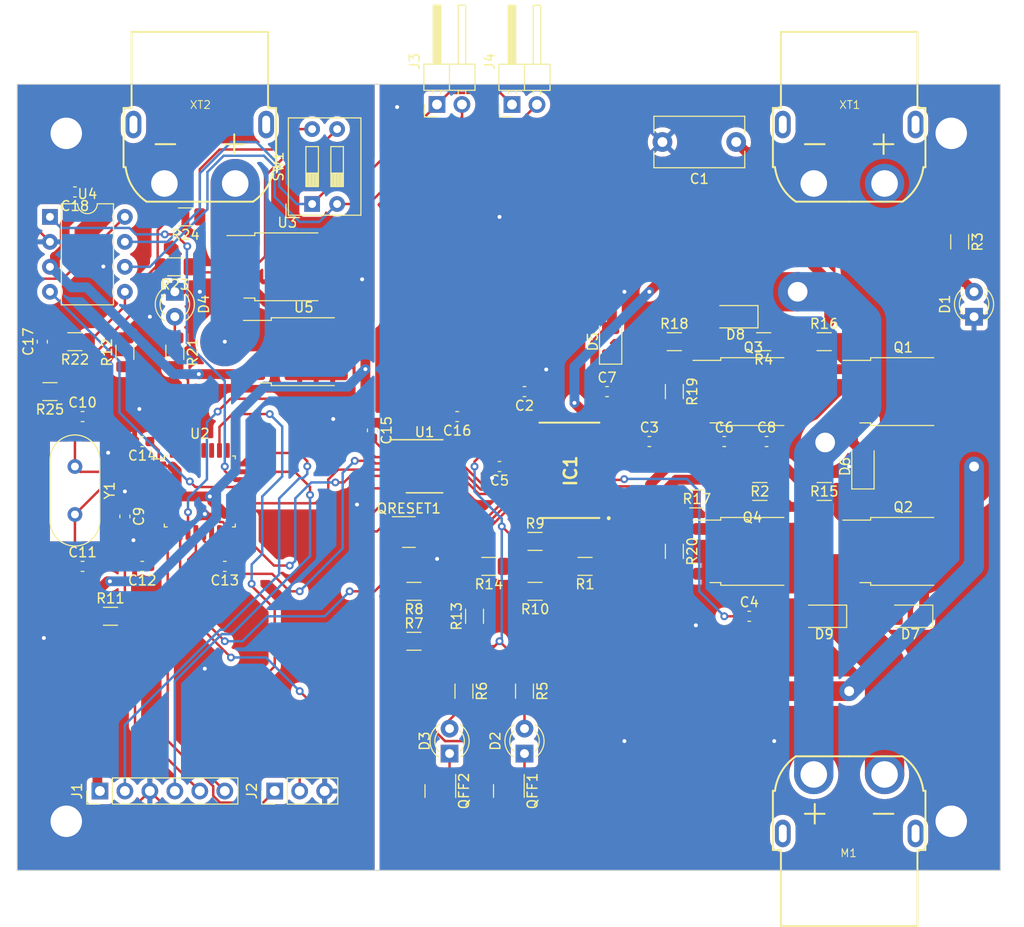
<source format=kicad_pcb>
(kicad_pcb (version 20221018) (generator pcbnew)
  (layers (0 "F.Cu" signal) (31 "B.Cu" signal) (34 "B.Paste" user) (35 "F.Paste" user) (36 "B.SilkS" user "B.Silkscreen") (37 "F.SilkS" user "F.Silkscreen") (38 "B.Mask" user) (39 "F.Mask" user) (44 "Edge.Cuts" user))
  (net 0 "")
  (net 1 "drain")
  (net 2 "GND")
  (net 3 "CP2")
  (net 4 "CP1")
  (net 5 "CA")
  (net 6 "SA")
  (net 7 "CB")
  (net 8 "SB")
  (net 9 "V5")
  (net 10 "VREG")
  (net 11 "NRST")
  (net 12 "GND1")
  (net 13 "PF0")
  (net 14 "PF1")
  (net 15 "VDD2")
  (net 16 "Net-(D1-A)")
  (net 17 "Net-(D2-K)")
  (net 18 "Net-(D2-A)")
  (net 19 "Net-(D3-K)")
  (net 20 "Net-(D3-A)")
  (net 21 "Net-(D4-A)")
  (net 22 "GLB")
  (net 23 "GHB")
  (net 25 "GHA")
  (net 26 "GLA")
  (net 29 "PHASE")
  (net 30 "SR")
  (net 31 "PWML")
  (net 32 "PWMH")
  (net 33 "RESET")
  (net 34 "FF1")
  (net 35 "FF2")
  (net 36 "RDEAD")
  (net 37 "VDSTH")
  (net 39 "PA14")
  (net 40 "PA13")
  (net 41 "PB3")
  (net 42 "TX")
  (net 43 "RX")
  (net 44 "Net-(Q1-G)")
  (net 45 "Net-(Q2-G)")
  (net 46 "Net-(Q3-G)")
  (net 47 "Net-(Q4-G)")
  (net 48 "Net-(QFF1-B)")
  (net 49 "Net-(QFF2-B)")
  (net 50 "PA6")
  (net 51 "BOOT0")
  (net 52 "PB7")
  (net 53 "PA8")
  (net 54 "PA11")
  (net 55 "PA5")
  (net 64 "PB4")
  (net 67 "+12V")
  (net 68 "Net-(D5-K)")
  (net 69 "+5V")
  (net 70 "SPLIT")
  (net 71 "CANH")
  (net 72 "CANL")
  (net 73 "Net-(U4-STBY)")
  (net 74 "PA7")
  (net 75 "PA9")
  (net 77 "PA12")
  (net 78 "Net-(R23-Pad1)")
  (net 79 "Net-(C17-Pad1)")
  (net 80 "Net-(R24-Pad1)")
  (footprint "Capacitor_SMD:C_0603_1608Metric" (layer "F.Cu") (at 71.12 99.06 180)
    (fp_text reference "C13")
    (fp_text value "0.1μF")
  )
  (footprint "Resistor_SMD:R_1206_3216Metric" (layer "F.Cu") (at 97.9825 99.06 180)
    (fp_text reference "R14")
    (fp_text value "1kΩ")
  )
  (footprint "Resistor_SMD:R_1206_3216Metric" (layer "F.Cu") (at 90.3625 101.6 180)
    (fp_text reference "R8")
    (fp_text value "10kΩ")
  )
  (footprint "Resistor_SMD:R_1206_3216Metric" (layer "F.Cu") (at 53.34 81.28 180)
    (fp_text reference "R25")
    (fp_text value "100kΩ")
  )
  (footprint "Button_Switch_THT:SW_DIP_SPSTx02_Slide_9.78x7.26mm_W7.62mm_P2.54mm" (layer "F.Cu") (at 80.005 62.1875 90)
    (fp_text reference "SW1")
    (fp_text value "SW_DIP_x02")
  )
  (footprint "Package_TO_SOT_SMD:SOT-23" (layer "F.Cu") (at 89.8375 95.57)
    (fp_text reference "QRESET1")
    (fp_text value "NPN")
  )
  (footprint "Capacitor_SMD:C_0603_1608Metric" (layer "F.Cu") (at 114.3 86.36)
    (fp_text reference "C3")
    (fp_text value "2.4μF")
  )
  (footprint "Capacitor_SMD:C_0603_1608Metric" (layer "F.Cu") (at 94.755 83.82 180)
    (fp_text reference "C16")
    (fp_text value "0.1μF")
  )
  (footprint "Crystal:Crystal_HC49-U_Vertical" (layer "F.Cu") (at 55.88 88.9 -90)
    (fp_text reference "Y1")
    (fp_text value "48MHz")
  )
  (footprint "Resistor_SMD:R_1206_3216Metric" (layer "F.Cu") (at 119.126 92.202 180)
    (fp_text reference "R17")
    (fp_text value "22Ω")
  )
  (footprint "Resistor_SMD:R_1206_3216Metric" (layer "F.Cu") (at 66.04 68.58 180)
    (fp_text reference "R23")
    (fp_text value "60Ω")
  )
  (footprint "Library:A3944KLPTRT" (layer "F.Cu") (at 106.17 89.285 90)
    (fp_text reference "IC1")
    (fp_text value "A3921KLPTR-T" hide)
  )
  (footprint "Capacitor_THT:C_Disc_D9.0mm_W5.0mm_P7.50mm" (layer "F.Cu") (at 123.13 55.88 180)
    (fp_text reference "C1")
    (fp_text value "C")
  )
  (footprint "Package_SO:QSOP-16_3.9x4.9mm_P0.635mm" (layer "F.Cu") (at 91.44 88.9)
    (fp_text reference "U1")
    (fp_text value "Si8640BA-B-IU")
  )
  (footprint "Library:Amass_XT60PW-M" (layer "F.Cu") (at 134.62 60.102105)
    (fp_text reference "XT1")
    (fp_text value "~" hide)
  )
  (footprint "Capacitor_SMD:C_0603_1608Metric" (layer "F.Cu") (at 99.06 88.9 180)
    (fp_text reference "C5")
    (fp_text value "0.1μF")
  )
  (footprint "Capacitor_SMD:C_0603_1608Metric" (layer "F.Cu") (at 62.725 99.06 180)
    (fp_text reference "C12")
    (fp_text value "0.1μF")
  )
  (footprint "Capacitor_SMD:C_0603_1608Metric" (layer "F.Cu") (at 60.96 93.98 -90)
    (fp_text reference "C9")
    (fp_text value "0.1μF")
  )
  (footprint "Capacitor_SMD:C_0603_1608Metric" (layer "F.Cu") (at 86.14 85.22 -90)
    (fp_text reference "C15")
    (fp_text value "0.1μF")
  )
  (footprint "Package_QFP:LQFP-32_7x7mm_P0.8mm" (layer "F.Cu") (at 68.58 91.44)
    (fp_text reference "U2")
    (fp_text value "STM32F303K8Tx")
  )
  (footprint "Resistor_SMD:R_1206_3216Metric" (layer "F.Cu") (at 116.84 81.28 -90)
    (fp_text reference "R19")
    (fp_text value "47kΩ")
  )
  (footprint "Resistor_SMD:R_1206_3216Metric" (layer "F.Cu") (at 116.84 97.534 -90)
    (fp_text reference "R20")
    (fp_text value "47kΩ")
  )
  (footprint "Capacitor_SMD:C_0603_1608Metric" (layer "F.Cu") (at 101.6 81.28 180)
    (fp_text reference "C2")
    (fp_text value "0.47μF")
  )
  (footprint "Resistor_SMD:R_1206_3216Metric" (layer "F.Cu") (at 60.96 77.2775 90)
    (fp_text reference "R12")
    (fp_text value "10kΩ")
  )
  (footprint "Resistor_SMD:R_1206_3216Metric" (layer "F.Cu") (at 116.84 76.2)
    (fp_text reference "R18")
    (fp_text value "22Ω")
  )
  (footprint "Resistor_SMD:R_1206_3216Metric" (layer "F.Cu") (at 101.6 111.76 -90)
    (fp_text reference "R5")
    (fp_text value "1kΩ")
  )
  (footprint "Resistor_SMD:R_1206_3216Metric" (layer "F.Cu") (at 102.6775 96.52)
    (fp_text reference "R9")
    (fp_text value "1kΩ")
  )
  (footprint "Connector_PinHeader_2.54mm:PinHeader_1x02_P2.54mm_Horizontal" (layer "F.Cu") (at 100.33 52.07 90)
    (fp_text reference "J4")
    (fp_text value "Conn_01x02_Pin")
  )
  (footprint "Resistor_SMD:R_1206_3216Metric" (layer "F.Cu") (at 55.88 76.2 180)
    (fp_text reference "R22")
    (fp_text value "300Ω")
  )
  (footprint "LED_THT:LED_D3.0mm" (layer "F.Cu") (at 101.6 118.11 90)
    (fp_text reference "D2")
    (fp_text value "LED")
  )
  (footprint "Package_TO_SOT_SMD:TO-252-2" (layer "F.Cu") (at 140.115 81.28)
    (fp_text reference "Q1")
    (fp_text value "Q1H")
  )
  (footprint "Connector_PinHeader_2.54mm:PinHeader_1x06_P2.54mm_Vertical" (layer "F.Cu") (at 58.42 121.92 90)
    (fp_text reference "J1")
    (fp_text value "STlink")
  )
  (footprint "Package_TO_SOT_SMD:TO-252-2" (layer "F.Cu") (at 140.115 97.535)
    (fp_text reference "Q2")
    (fp_text value "Q2H")
  )
  (footprint "Diode_SMD:D_1206_3216Metric" (layer "F.Cu") (at 110.36 76.2 90)
    (fp_text reference "D5")
    (fp_text value "D")
  )
  (footprint "Capacitor_SMD:C_0603_1608Metric" (layer "F.Cu") (at 55.88 60.96 180)
    (fp_text reference "C18")
    (fp_text value "0.1μF")
  )
  (footprint "LED_THT:LED_D3.0mm" (layer "F.Cu") (at 66.04 71.12 -90)
    (fp_text reference "D4")
    (fp_text value "LED")
  )
  (footprint "Resistor_SMD:R_1206_3216Metric" (layer "F.Cu") (at 67.1175 63.5 180)
    (fp_text reference "R24")
    (fp_text value "60Ω")
  )
  (footprint "Capacitor_SMD:C_0603_1608Metric" (layer "F.Cu") (at 56.655 99.06)
    (fp_text reference "C11")
    (fp_text value "22pF")
  )
  (footprint "Capacitor_SMD:C_0603_1608Metric" (layer "F.Cu") (at 56.655 83.82)
    (fp_text reference "C10")
    (fp_text value "22pF")
  )
  (footprint "Resistor_SMD:R_1206_3216Metric" (layer "F.Cu") (at 125.9225 76.2 180)
    (fp_text reference "R4")
    (fp_text value "47kΩ")
  )
  (footprint "Diode_SMD:D_1206_3216Metric" (layer "F.Cu") (at 123.06 73.66 180)
    (fp_text reference "D8")
    (fp_text value "D")
  )
  (footprint "Diode_SMD:D_1206_3216Metric" (layer "F.Cu") (at 136.02 88.9 90)
    (fp_text reference "D6")
    (fp_text value "D")
  )
  (footprint "Resistor_SMD:R_1206_3216Metric" (layer "F.Cu") (at 96.52 104.14 90)
    (fp_text reference "R13")
    (fp_text value "1kΩ")
  )
  (footprint "Resistor_SMD:R_1206_3216Metric" (layer "F.Cu") (at 66.04 77.2775 -90)
    (fp_text reference "R21")
    (fp_text value "330kΩ")
  )
  (footprint "Diode_SMD:D_1206_3216Metric" (layer "F.Cu") (at 140.84 104.14 180)
    (fp_text reference "D7")
    (fp_text value "D")
  )
  (footprint "Resistor_SMD:R_1206_3216Metric" (layer "F.Cu") (at 145.8575 66.04 -90)
    (fp_text reference "R3")
    (fp_text value "1kΩ")
  )
  (footprint "Capacitor_SMD:C_0603_1608Metric" (layer "F.Cu") (at 62.725 86.36 180)
    (fp_text reference "C14")
    (fp_text value "0.1μF")
  )
  (footprint "Resistor_SMD:R_1206_3216Metric" (layer "F.Cu") (at 132.08 76.2)
    (fp_text reference "R16")
    (fp_text value "22Ω")
  )
  (footprint "Capacitor_SMD:C_0603_1608Metric" (layer "F.Cu") (at 109.995 81.28)
    (fp_text reference "C7")
    (fp_text value "0.1μF")
  )
  (footprint "Connector_PinHeader_2.54mm:PinHeader_1x03_P2.54mm_Vertical" (layer "F.Cu") (at 76.2 121.92 90)
    (fp_text reference "J2")
    (fp_text value "UARTport")
  )
  (footprint "LED_THT:LED_D3.0mm" (layer "F.Cu") (at 147.32 73.66 90)
    (fp_text reference "D1")
    (fp_text value "LED")
  )
  (footprint "Diode_SMD:D_1206_3216Metric" (layer "F.Cu") (at 132.08 104.14 180)
    (fp_text reference "D9")
    (fp_text value "D")
  )
  (footprint "Package_TO_SOT_SMD:SOT-23" (layer "F.Cu") (at 100.01 121.92 -90)
    (fp_text reference "QFF1")
    (fp_text value "NPN")
  )
  (footprint "Resistor_SMD:R_1206_3216Metric" (layer "F.Cu") (at 59.4975 104.14)
    (fp_text reference "R11")
    (fp_text value "10kΩ")
  )
  (footprint "Resistor_SMD:R_1206_3216Metric" (layer "F.Cu") (at 132.08 91.44 180)
    (fp_text reference "R15")
    (fp_text value "22Ω")
  )
  (footprint "Package_TO_SOT_SMD:SOT-23" (layer "F.Cu") (at 93.0425 121.92 -90)
    (fp_text reference "QFF2")
    (fp_text value "NPN")
  )
  (footprint "Connector_PinHeader_2.54mm:PinHeader_1x02_P2.54mm_Horizontal" (layer "F.Cu") (at 92.7 52.06 90)
    (fp_text reference "J3")
    (fp_text value "Conn_01x02_Pin")
  )
  (footprint "Library:Amass_XT60PW-M" (layer "F.Cu") (at 134.62 120.237895 180)
    (fp_text reference "M1")
    (fp_text value "Motor_DC" hide)
  )
  (footprint "Capacitor_SMD:C_0603_1608Metric" (layer "F.Cu") (at 121.92 86.36)
    (fp_text reference "C6")
    (fp_text value "0.1μF")
  )
  (footprint "Package_TO_SOT_SMD:TO-252-2" (layer "F.Cu") (at 77.48 68.58)
    (fp_text reference "U3")
    (fp_text value "LF33_TO252")
  )
  (footprint "Capacitor_SMD:C_0603_1608Metric" (layer "F.Cu") (at 126.225 86.36)
    (fp_text reference "C8")
    (fp_text value "22μF")
  )
  (footprint "Capacitor_SMD:C_0603_1608Metric" (layer "F.Cu") (at 124.46 104.14)
    (fp_text reference "C4")
    (fp_text value "2.4μF")
  )
  (footprint "Resistor_SMD:R_1206_3216Metric" (layer "F.Cu") (at 107.7575 99.06 180)
    (fp_text reference "R1")
    (fp_text value "9.1kΩ")
  )
  (footprint "Resistor_SMD:R_1206_3216Metric" (layer "F.Cu") (at 95.4425 111.76 -90)
    (fp_text reference "R6")
    (fp_text value "1kΩ")
  )
  (footprint "Package_DIP:DIP-8_W7.62mm" (layer "F.Cu") (at 53.34 63.5)
    (fp_text reference "U4")
    (fp_text value "MCP2561-E-SN")
  )
  (footprint "Capacitor_SMD:C_0603_1608Metric" (layer "F.Cu") (at 52.565 76.2 90)
    (fp_text reference "C17")
    (fp_text value "4.7μF")
  )
  (footprint "Package_TO_SOT_SMD:TO-252-2" (layer "F.Cu") (at 124.875 97.534)
    (fp_text reference "Q4")
    (fp_text value "Q2L")
  )
  (footprint "Resistor_SMD:R_1206_3216Metric" (layer "F.Cu") (at 90.3625 106.68)
    (fp_text reference "R7")
    (fp_text value "10kΩ")
  )
  (footprint "Package_TO_SOT_SMD:TO-252-2" (layer "F.Cu") (at 124.875 81.28)
    (fp_text reference "Q3")
    (fp_text value "Q1L")
  )
  (footprint "Library:Amass_XT60PW-M" (layer "F.Cu") (at 68.58 60.102105)
    (fp_text reference "XT2")
    (fp_text value "~" hide)
  )
  (footprint "Resistor_SMD:R_1206_3216Metric" (layer "F.Cu") (at 125.5375 91.44 180)
    (fp_text reference "R2")
    (fp_text value "47kΩ")
  )
  (footprint "Package_TO_SOT_SMD:TO-252-2" (layer "F.Cu") (at 79.155 77.215)
    (fp_text reference "U5")
    (fp_text value "LF50_TO252")
  )
  (footprint "Resistor_SMD:R_1206_3216Metric" (layer "F.Cu") (at 102.6775 101.6 180)
    (fp_text reference "R10")
    (fp_text value "10kΩ")
  )
  (footprint "LED_THT:LED_D3.0mm" (layer "F.Cu") (at 93.98 118.11 90)
    (fp_text reference "D3")
    (fp_text value "LED")
  )
  (gr_rect (start 50 50) (end 150 130) (stroke (width 0.1)) (fill none) (layer "Edge.Cuts"))
  (segment (start 123.13 55.88) (end 124.146 56.896) (width 1) (layer "F.Cu") (net 1))
  (segment (start 109.22 94.488) (end 111.76 97.028) (width 2) (layer "F.Cu") (net 1))
  (segment (start 110.36 74.8) (end 108.785 76.375) (width 1) (layer "F.Cu") (net 1))
  (segment (start 111.76 97.028) (end 111.76 102.108) (width 2) (layer "F.Cu") (net 1))
  (segment (start 111.76 102.108) (end 121.412 111.76) (width 2) (layer "F.Cu") (net 1))
  (segment (start 110.36 74.8) (end 110.49 74.67) (width 1) (layer "F.Cu") (net 1))
  (segment (start 142.24 60.96) (end 139.077895 60.96) (width 4) (layer "F.Cu") (net 1))
  (segment (start 141.375 77.092716) (end 138.22 73.937716) (width 8) (layer "F.Cu") (net 1))
  (segment (start 138.22 66.04) (end 138.22 60.102105) (width 9) (layer "F.Cu") (net 1))
  (segment (start 142.24 96.67) (end 141.375 97.535) (width 9) (layer "F.Cu") (net 1))
  (segment (start 121.412 111.76) (end 134.62 111.76) (width 2) (layer "F.Cu") (net 1))
  (segment (start 142.24 82.145) (end 142.24 88.9) (width 9) (layer "F.Cu") (net 1))
  (segment (start 142.24 99.87) (end 143.05 99.06) (width 0.25) (layer "F.Cu") (net 1))
  (segment (start 141.375 81.28) (end 142.24 82.145) (width 9) (layer "F.Cu") (net 1))
  (segment (start 136.02 90.3) (end 140.84 90.3) (width 1) (layer "F.Cu") (net 1))
  (segment (start 114.060618 63.5) (end 93.98 83.580618) (width 1) (layer "F.Cu") (net 1))
  (segment (start 135.636 56.896) (end 138.22 59.48) (width 1) (layer "F.Cu") (net 1))
  (segment (start 124.146 56.896) (end 135.636 56.896) (width 1) (layer "F.Cu") (net 1))
  (segment (start 140.84 90.3) (end 142.24 88.9) (width 0.25) (layer "F.Cu") (net 1))
  (segment (start 108.785 76.375) (end 108.785 80.895) (width 1) (layer "F.Cu") (net 1))
  (segment (start 142.24 88.9) (end 142.24 96.67) (width 9) (layer "F.Cu") (net 1))
  (segment (start 142.24 104.14) (end 142.24 99.87) (width 1) (layer "F.Cu") (net 1))
  (segment (start 110.49 67.070618) (end 110.497309 67.063309) (width 1) (layer "F.Cu") (net 1))
  (segment (start 108.966 94.488) (end 109.22 94.488) (width 2) (layer "F.Cu") (net 1))
  (segment (start 138.22 59.48) (end 138.22 60.102105) (width 1) (layer "F.Cu") (net 1))
  (segment (start 109.22 94.234) (end 109.22 93.51) (width 0.25) (layer "F.Cu") (net 1))
  (segment (start 145.8575 64.5775) (end 142.24 60.96) (width 4) (layer "F.Cu") (net 1))
  (segment (start 138.22 68.58) (end 138.22 66.04) (width 9) (layer "F.Cu") (net 1))
  (segment (start 94.1959 86.36) (end 94.1959 84.0359) (width 1) (layer "F.Cu") (net 1))
  (segment (start 141.375 81.28) (end 141.375 77.092716) (width 9) (layer "F.Cu") (net 1))
  (segment (start 94.1959 84.0359) (end 93.98 83.82) (width 1) (layer "F.Cu") (net 1))
  (segment (start 142.24 88.9) (end 145.5 88.9) (width 9) (layer "F.Cu") (net 1))
  (segment (start 114.060618 63.5) (end 135.68 63.5) (width 1) (layer "F.Cu") (net 1))
  (segment (start 110.49 74.67) (end 110.49 67.070618) (width 1) (layer "F.Cu") (net 1))
  (segment (start 108.785 80.895) (end 109.17 81.28) (width 1) (layer "F.Cu") (net 1))
  (segment (start 138.22 73.937716) (end 138.22 68.58) (width 8) (layer "F.Cu") (net 1))
  (segment (start 93.98 83.580618) (end 93.98 83.82) (width 1) (layer "F.Cu") (net 1))
  (segment (start 135.68 63.5) (end 138.22 66.04) (width 1) (layer "F.Cu") (net 1))
  (segment (start 139.077895 60.96) (end 138.22 60.102105) (width 9) (layer "F.Cu") (net 1))
  (via (at 134.62 111.76) (size 2) (drill 1) (layers "F.Cu" "B.Cu") (net 1))
  (via (at 147.32 88.9) (size 2) (drill 1) (layers "F.Cu" "B.Cu") (net 1))
  (segment (start 134.62 111.76) (end 147.32 99.06) (width 2) (layer "B.Cu") (net 1))
  (segment (start 147.32 99.06) (end 147.32 88.9) (width 2) (layer "B.Cu") (net 1))
  (segment (start 116.84 82.7425) (end 117.9225 82.7425) (width 0.25) (layer "F.Cu") (net 2))
  (segment (start 98.044 88.9) (end 97.282 89.662) (width 0.25) (layer "F.Cu") (net 2))
  (segment (start 94.0943 91.1225) (end 91.7575 91.1225) (width 0.25) (layer "F.Cu") (net 2))
  (segment (start 123.495 85.56) (end 126.2 85.56) (width 0.25) (layer "F.Cu") (net 2))
  (segment (start 109.22 92.86) (end 107.8 92.86) (width 0.25) (layer "F.Cu") (net 2))
  (segment (start 90.775 95.57) (end 91.44 96.235) (width 0.25) (layer "F.Cu") (net 2))
  (segment (start 94.0943 87.3125) (end 92.3925 87.3125) (width 0.25) (layer "F.Cu") (net 2))
  (segment (start 104.394 86.36) (end 104.902 85.852) (width 0.25) (layer "F.Cu") (net 2))
  (segment (start 95.1075 87.3125) (end 95.65 86.77) (width 0.25) (layer "F.Cu") (net 2))
  (segment (start 115.960863 82.7425) (end 114.883363 83.82) (width 0.25) (layer "F.Cu") (net 2))
  (segment (start 98.298 90.069) (end 98.285 90.056) (width 0.25) (layer "F.Cu") (net 2))
  (segment (start 117.9225 82.7425) (end 118.74 83.56) (width 0.25) (layer "F.Cu") (net 2))
  (segment (start 98.285 88.9) (end 98.044 88.9) (width 0.25) (layer "F.Cu") (net 2))
  (segment (start 98.298 88.9) (end 99.06 89.662) (width 0.25) (layer "F.Cu") (net 2))
  (segment (start 91.44 96.235) (end 91.44 96.52) (width 0.25) (layer "F.Cu") (net 2))
  (segment (start 126.2 85.56) (end 127 86.36) (width 0.25) (layer "F.Cu") (net 2))
  (segment (start 116.84 81.28) (end 116.84 82.7425) (width 0.25) (layer "F.Cu") (net 2))
  (segment (start 91.7575 91.1225) (end 91.44 91.44) (width 0.25) (layer "F.Cu") (net 2))
  (segment (start 103.12 86.36) (end 104.394 86.36) (width 0.25) (layer "F.Cu") (net 2))
  (segment (start 122.695 86.36) (end 123.495 85.56) (width 0.25) (layer "F.Cu") (net 2))
  (segment (start 103.12 86.36) (end 101.57 86.36) (width 0.25) (layer "F.Cu") (net 2))
  (segment (start 110.894 92.86) (end 111.506 93.472) (width 0.25) (layer "F.Cu") (net 2))
  (segment (start 98.298 88.9) (end 98.285 88.9) (width 0.25) (layer "F.Cu") (net 2))
  (segment (start 118.74 83.56) (end 119.835 83.56) (width 0.25) (layer "F.Cu") (net 2))
  (segment (start 98.285 90.056) (end 98.285 88.9) (width 0.25) (layer "F.Cu") (net 2))
  (segment (start 109.22 92.86) (end 110.894 92.86) (width 0.25) (layer "F.Cu") (net 2))
  (segment (start 94.0943 87.3125) (end 95.1075 87.3125) (width 0.25) (layer "F.Cu") (net 2))
  (segment (start 116.84 82.7425) (end 115.960863 82.7425) (width 0.25) (layer "F.Cu") (net 2))
  (via (at 111.76 116.84) (size 0.8) (drill 0.4) (layers "F.Cu" "B.Cu") (net 2))
  (via (at 145 125) (size 4) (drill 3.2) (layers "F.Cu" "B.Cu") (net 2))
  (via (at 145 55) (size 4) (drill 3.2) (layers "F.Cu" "B.Cu") (net 2))
  (via (at 103.81 79.03) (size 0.8) (drill 0.4) (layers "F.Cu" "B.Cu") (net 2))
  (via (at 134.62 88.9) (size 0.8) (drill 0.4) (layers "F.Cu" "B.Cu") (net 2))
  (via (at 99.06 63.5) (size 0.8) (drill 0.4) (layers "F.Cu" "B.Cu") (net 2))
  (via (at 98.298 90.069) (size 0.8) (drill 0.4) (layers "F.Cu" "B.Cu") (net 2))
  (via (at 111.76 71.12) (size 0.8) (drill 0.4) (layers "F.Cu" "B.Cu") (net 2))
  (via (at 127 116.84) (size 0.8) (drill 0.4) (layers "F.Cu" "B.Cu") (net 2))
  (via (at 92.71 98.298) (size 0.8) (drill 0.4) (layers "F.Cu" "B.Cu") (net 2))
  (via (at 88.646 52.324) (size 0.8) (drill 0.4) (layers "F.Cu" "B.Cu") (net 2))
  (via (at 119.03 105.06) (size 0.8) (drill 0.4) (layers "F.Cu" "B.Cu") (net 2))
  (segment (start 102.375 84.315) (end 103.12 85.06) (width 0.25) (layer "F.Cu") (net 3))
  (segment (start 102.375 81.28) (end 102.375 84.315) (width 0.25) (layer "F.Cu") (net 3))
  (segment (start 102.045 85.71) (end 103.12 85.71) (width 0.25) (layer "F.Cu") (net 4))
  (segment (start 100.825 84.49) (end 102.045 85.71) (width 0.25) (layer "F.Cu") (net 4))
  (segment (start 100.825 81.28) (end 100.825 84.49) (width 0.25) (layer "F.Cu") (net 4))
  (segment (start 111.077208 88.31) (end 113.027208 86.36) (width 0.25) (layer "F.Cu") (net 5))
  (segment (start 113.027208 86.36) (end 113.525 86.36) (width 0.25) (layer "F.Cu") (net 5))
  (segment (start 109.22 88.31) (end 111.077208 88.31) (width 0.25) (layer "F.Cu") (net 5))
  (segment (start 132.1775 86.4575) (end 132.275 86.36) (width 0.25) (layer "F.Cu") (net 6))
  (segment (start 122.195 85.07) (end 120.37 85.07) (width 1) (layer "F.Cu") (net 6))
  (segment (start 120.37 85.07) (end 119.05 86.39) (width 1) (layer "F.Cu") (net 6))
  (segment (start 124.61 82.805) (end 126.135 81.28) (width 0.25) (layer "F.Cu") (net 6))
  (segment (start 135.01 83.625) (end 135.075 83.56) (width 1) (layer "F.Cu") (net 6))
  (segment (start 127 71.12) (end 124.485 73.635) (width 4) (layer "F.Cu") (net 6))
  (segment (start 124.46 75.33175) (end 124.46 79.605) (width 4) (layer "F.Cu") (net 6))
  (segment (start 124.46 79.605) (end 126.135 81.28) (width 4) (layer "F.Cu") (net 6))
  (segment (start 136.02 87.5) (end 135.01 86.49) (width 1) (layer "F.Cu") (net 6))
  (segment (start 119.05 86.39) (end 115.105 86.39) (width 1) (layer "F.Cu") (net 6))
  (segment (start 112.611726 85.185) (end 111.436726 86.36) (width 1) (layer "F.Cu") (net 6))
  (segment (start 135.01 86.49) (end 135.01 83.625) (width 1) (layer "F.Cu") (net 6))
  (segment (start 115.075 86.120618) (end 114.139382 85.185) (width 1) (layer "F.Cu") (net 6))
  (segment (start 115.075 86.36) (end 115.075 86.120618) (width 1) (layer "F.Cu") (net 6))
  (segment (start 124.485 73.635) (end 124.485 75.30675) (width 4) (layer "F.Cu") (net 6))
  (segment (start 129.38 71.12) (end 127 71.12) (width 4) (layer "F.Cu") (net 6))
  (segment (start 124.46 82.805) (end 124.61 82.805) (width 0.25) (layer "F.Cu") (net 6))
  (segment (start 115.105 86.39) (end 115.075 86.36) (width 1) (layer "F.Cu") (net 6))
  (segment (start 114.139382 85.185) (end 112.611726 85.185) (width 1) (layer "F.Cu") (net 6))
  (segment (start 124.46 82.805) (end 122.195 85.07) (width 1) (layer "F.Cu") (net 6))
  (segment (start 109.22 87.01) (end 110.786726 87.01) (width 0.25) (layer "F.Cu") (net 6))
  (segment (start 124.485 75.30675) (end 124.46 75.33175) (width 4) (layer "F.Cu") (net 6))
  (segment (start 135.075 83.56) (end 132.1775 86.4575) (width 3.5) (layer "F.Cu") (net 6))
  (segment (start 132.275 86.36) (end 132.601322 86.36) (width 0.25) (layer "F.Cu") (net 6))
  (segment (start 110.786726 87.01) (end 111.436726 86.36) (width 0.25) (layer "F.Cu") (net 6))
  (via (at 129.38 71.12) (size 4) (drill 2) (layers "F.Cu" "B.Cu") (net 6))
  (via (at 132.1775 86.4575) (size 4) (drill 2) (layers "F.Cu" "B.Cu") (net 6))
  (segment (start 135.89 74.168) (end 135.89 82.745) (width 4) (layer "B.Cu") (net 6))
  (segment (start 132.842 71.12) (end 135.89 74.168) (width 4) (layer "B.Cu") (net 6))
  (segment (start 129.38 71.12) (end 132.842 71.12) (width 4) (layer "B.Cu") (net 6))
  (segment (start 131.02 87.615) (end 131.02 120.237895) (width 4) (layer "B.Cu") (net 6))
  (segment (start 132.1775 86.4575) (end 132.275 86.36) (width 4) (layer "B.Cu") (net 6))
  (segment (start 132.1775 86.4575) (end 131.02 87.615) (width 4) (layer "B.Cu") (net 6))
  (segment (start 135.89 82.745) (end 132.1775 86.4575) (width 4) (layer "B.Cu") (net 6))
  (segment (start 121.92 104.14) (end 123.685 104.14) (width 0.25) (layer "F.Cu") (net 7))
  (segment (start 111.74 90.185) (end 111.665 90.26) (width 0.25) (layer "F.Cu") (net 7))
  (segment (start 111.665 90.26) (end 109.22 90.26) (width 0.25) (layer "F.Cu") (net 7))
  (via (at 121.92 104.14) (size 0.8) (drill 0.4) (layers "F.Cu" "B.Cu") (net 7))
  (via (at 111.74 90.185) (size 0.8) (drill 0.4) (layers "F.Cu" "B.Cu") (net 7))
  (segment (start 118.1 90.16) (end 119.38 91.44) (width 0.25) (layer "B.Cu") (net 7))
  (segment (start 119.38 101.6) (end 121.92 104.14) (width 0.25) (layer "B.Cu") (net 7))
  (segment (start 111.74 90.185) (end 111.765 90.16) (width 0.25) (layer "B.Cu") (net 7))
  (segment (start 111.765 90.16) (end 118.1 90.16) (width 0.25) (layer "B.Cu") (net 7))
  (segment (start 119.38 91.44) (end 119.38 101.6) (width 0.25) (layer "B.Cu") (net 7))
  (segment (start 139.4 104.14) (end 139.415 104.14) (width 1) (layer "F.Cu") (net 8))
  (segment (start 113.03 91.948) (end 115.316 91.948) (width 1) (layer "F.Cu") (net 8))
  (segment (start 124.075 95.474) (end 124.075 91.6) (width 1) (layer "F.Cu") (net 8))
  (segment (start 127.661 99.06) (end 127.661 101.714) (width 1) (layer "F.Cu") (net 8))
  (segment (start 135.075 99.815) (end 128.416 99.815) (width 4) (layer "F.Cu") (net 8))
  (segment (start 128.416 99.815) (end 127.661 99.06) (width 4) (layer "F.Cu") (net 8))
  (segment (start 127.66 99.059) (end 127.81 99.059) (width 0.25) (layer "F.Cu") (net 8))
  (segment (start 133.505 101.385) (end 133.505 104.14) (width 4) (layer "F.Cu") (net 8))
  (segment (start 138.22 108.855) (end 138.22 120.237895) (width 4) (layer "F.Cu") (net 8))
  (segment (start 113.03 91.948) (end 112.014 91.948) (width 0.25) (layer "F.Cu") (net 8))
  (segment (start 127.661 99.06) (end 124.075 95.474) (width 1) (layer "F.Cu") (net 8))
  (segment (start 127.661 99.06) (end 126.135 97.534) (width 4) (layer "F.Cu") (net 8))
  (segment (start 122.875 90.24) (end 124.075 91.44) (width 1) (layer "F.Cu") (net 8))
  (segment (start 127.661 101.714) (end 125.235 104.14) (width 1) (layer "F.Cu") (net 8))
  (segment (start 115.316 91.948) (end 117.024 90.24) (width 1) (layer "F.Cu") (net 8))
  (segment (start 112.014 91.948) (end 111.626 91.56) (width 0.25) (layer "F.Cu") (net 8))
  (segment (start 135.075 99.815) (end 139.4 104.14) (width 1) (layer "F.Cu") (net 8))
  (segment (start 135.075 99.815) (end 133.505 101.385) (width 4) (layer "F.Cu") (net 8))
  (segment (start 133.505 104.14) (end 138.22 108.855) (width 4) (layer "F.Cu") (net 8))
  (segment (start 117.024 90.24) (end 122.875 90.24) (width 1) (layer "F.Cu") (net 8))
  (segment (start 111.626 91.56) (end 109.22 91.56) (width 0.25) (layer "F.Cu") (net 8))
  (segment (start 126.135 97.534) (end 127.66 99.059) (width 0.25) (layer "F.Cu") (net 8))
  (segment (start 100.838 96.52) (end 101.215 96.52) (width 0.25) (layer "F.Cu") (net 9))
  (segment (start 100.33 88.9) (end 99.835 88.9) (width 0.25) (layer "F.Cu") (net 9))
  (segment (start 99.06 106.68) (end 95.4425 110.2975) (width 0.25) (layer "F.Cu") (net 9))
  (segment (start 96.52 106.68) (end 97.028 107.188) (width 0.25) (layer "F.Cu") (net 9))
  (segment (start 99.06 106.68) (end 101.6 109.22) (width 0.25) (layer "F.Cu") (net 9))
  (segment (start 97.282 87.63) (end 96.52 88.392) (width 0.25) (layer "F.Cu") (net 9))
  (segment (start 100.92 88.31) (end 100.33 88.9) (width 0.25) (layer "F.Cu") (net 9))
  (segment (start 99.291153 94.996) (end 99.291153 98.906153) (width 0.25) (layer "F.Cu") (net 9))
  (segment (start 98.552 107.188) (end 99.06 106.68) (width 0.25) (layer "F.Cu") (net 9))
  (segment (start 99.291153 98.906153) (end 99.445 99.06) (width 0.25) (layer "F.Cu") (net 9))
  (segment (start 101.6 109.22) (end 101.6 110.2975) (width 0.25) (layer "F.Cu") (net 9))
  (segment (start 97.028 107.188) (end 98.552 107.188) (width 0.25) (layer "F.Cu") (net 9))
  (segment (start 103.12 88.31) (end 100.92 88.31) (width 0.25) (layer "F.Cu") (net 9))
  (segment (start 99.314 94.996) (end 100.838 96.52) (width 0.25) (layer "F.Cu") (net 9))
  (segment (start 99.291153 94.996) (end 99.314 94.996) (width 0.25) (layer "F.Cu") (net 9))
  (segment (start 98.806 87.63) (end 97.282 87.63) (width 0.25) (layer "F.Cu") (net 9))
  (segment (start 96.52 88.392) (end 96.52 88.9) (width 0.25) (layer "F.Cu") (net 9))
  (segment (start 96.52 105.6025) (end 96.52 106.68) (width 0.25) (layer "F.Cu") (net 9))
  (segment (start 99.835 88.9) (end 99.835 88.659) (width 0.25) (layer "F.Cu") (net 9))
  (segment (start 99.835 88.659) (end 98.806 87.63) (width 0.25) (layer "F.Cu") (net 9))
  (via (at 99.291153 94.996) (size 0.8) (drill 0.4) (layers "F.Cu" "B.Cu") (net 9))
  (via (at 99.06 106.68) (size 0.8) (drill 0.4) (layers "F.Cu" "B.Cu") (net 9))
  (via (at 96.52 88.9) (size 0.8) (drill 0.4) (layers "F.Cu" "B.Cu") (net 9))
  (segment (start 96.52 91.44) (end 99.291153 94.211153) (width 0.25) (layer "B.Cu") (net 9))
  (segment (start 96.52 88.9) (end 96.52 91.44) (width 0.25) (layer "B.Cu") (net 9))
  (segment (start 99.291153 94.211153) (end 99.291153 106.448847) (width 0.25) (layer "B.Cu") (net 9))
  (segment (start 99.291153 106.448847) (end 99.06 106.68) (width 0.25) (layer "B.Cu") (net 9))
  (segment (start 112.675 88.075) (end 119.38 88.075) (width 0.25) (layer "F.Cu") (net 10))
  (segment (start 119.38 88.075) (end 123.735 88.075) (width 0.25) (layer "F.Cu") (net 10))
  (segment (start 123.735 88.075) (end 125.45 86.36) (width 0.25) (layer "F.Cu") (net 10))
  (segment (start 119.43 88.075) (end 119.38 88.075) (width 0.25) (layer "F.Cu") (net 10))
  (segment (start 121.145 86.36) (end 119.43 88.075) (width 0.25) (layer "F.Cu") (net 10))
  (segment (start 109.22 88.96) (end 111.79 88.96) (width 0.25) (layer "F.Cu") (net 10))
  (segment (start 111.79 88.96) (end 112.675 88.075) (width 0.25) (layer "F.Cu") (net 10))
  (segment (start 61.65014 93.205) (end 60.96 93.205) (width 0.25) (layer "F.Cu") (net 11))
  (segment (start 64.405 91.04) (end 63.655001 91.04) (width 0.25) (layer "F.Cu") (net 11))
  (segment (start 63.81514 91.04) (end 61.65014 93.205) (width 0.25) (layer "F.Cu") (net 11))
  (segment (start 60.16 96.745305) (end 60.96 97.545305) (width 0.25) (layer "F.Cu") (net 11))
  (segment (start 63.33 91.365001) (end 61.490001 93.205) (width 0.25) (layer "F.Cu") (net 11))
  (segment (start 60.96 104.14) (end 61.99 105.17) (width 0.25) (layer "F.Cu") (net 11))
  (segment (start 61.99 105.17) (end 61.99 115.33) (width 0.25) (layer "F.Cu") (net 11))
  (segment (start 61.99 115.33) (end 68.58 121.92) (width 0.25) (layer "F.Cu") (net 11))
  (segment (start 63.655001 91.04) (end 63.33 91.365001) (width 0.25) (layer "F.Cu") (net 11))
  (segment (start 61.490001 93.205) (end 60.96 93.205) (width 0.25) (layer "F.Cu") (net 11))
  (segment (start 64.405 91.04) (end 63.81514 91.04) (width 0.25) (layer "F.Cu") (net 11))
  (segment (start 60.96 93.205) (end 60.16 94.005) (width 0.25) (layer "F.Cu") (net 11))
  (segment (start 60.16 94.005) (end 60.16 96.745305) (width 0.25) (layer "F.Cu") (net 11))
  (segment (start 60.96 97.545305) (end 60.96 104.14) (width 0.25) (layer "F.Cu") (net 11))
  (segment (start 85.505 85.995) (end 84.69 85.18) (width 0.25) (layer "F.Cu") (net 12))
  (segment (start 52.565 75.425) (end 53.34 74.65) (width 0.25) (layer "F.Cu") (net 12))
  (segment (start 71.38 95.02514) (end 71.38 95.615) (width 0.25) (layer "F.Cu") (net 12))
  (segment (start 88.7857 87.3125) (end 87.3425 87.3125) (width 0.25) (layer "F.Cu") (net 12))
  (segment (start 88.111592 93.995) (end 86.602592 95.504) (width 0.25) (layer "F.Cu") (net 12))
  (segment (start 85.24 94.49) (end 85.342 94.49) (width 0.25) (layer "F.Cu") (net 12))
  (segment (start 63.5 121.92) (end 66.04 124.46) (width 0.25) (layer "F.Cu") (net 12))
  (segment (start 70.345 99.06) (end 70.345 99.047) (width 0.25) (layer "F.Cu") (net 12))
  (segment (start 65.78 86.1) (end 65.78 87.265) (width 0.25) (layer "F.Cu") (net 12))
  (segment (start 85.9155 91.1225) (end 85.598 91.44) (width 0.25) (layer "F.Cu") (net 12))
  (segment (start 63.035 75.815) (end 63.2 75.65) (width 0.25) (layer "F.Cu") (net 12))
  (segment (start 53.34 74.65) (end 53.34 73.66) (width 0.25) (layer "F.Cu") (net 12))
  (segment (start 53.34 66.04) (end 52.01 64.71) (width 0.25) (layer "F.Cu") (net 12))
  (segment (start 57.945 78.83) (end 55.58 78.83) (width 0.25) (layer "F.Cu") (net 12))
  (segment (start 52.01 64.71) (end 51.65 64.71) (width 0.25) (layer "F.Cu") (net 12))
  (segment (start 70.345 99.073) (end 69.088 100.33) (width 0.25) (layer "F.Cu") (net 12))
  (segment (start 88.123 93.995) (end 88.111592 93.995) (width 0.25) (layer "F.Cu") (net 12))
  (segment (start 86.602592 95.504) (end 85.598 95.504) (width 0.25) (layer "F.Cu") (net 12))
  (segment (start 70.345 99.047) (end 69.342 98.044) (width 0.25) (layer "F.Cu") (net 12))
  (segment (start 60.96 75.815) (end 60.96 75.16) (width 0.25) (layer "F.Cu") (net 12))
  (segment (start 60.96 75.815) (end 63.035 75.815) (width 0.25) (layer "F.Cu") (net 12))
  (segment (start 70.612 94.54) (end 70.89486 94.54) (width 0.25) (layer "F.Cu") (net 12))
  (segment (start 85.9155 91.1225) (end 88.7857 91.1225) (width 0.25) (layer "F.Cu") (net 12))
  (segment (start 52.02 74.88) (end 52.02 74.3) (width 0.25) (layer "F.Cu") (net 12))
  (segment (start 60.96 75.16) (end 61.46 74.66) (width 0.25) (layer "F.Cu") (net 12))
  (segment (start 87.3425 87.3125) (end 86.16 86.13) (width 0.25) (layer "F.Cu") (net 12))
  (segment (start 60.96 124.46) (end 63.5 121.92) (width 0.25) (layer "F.Cu") (net 12))
  (segment (start 64.47 84.79) (end 65.78 86.1) (width 0.25) (layer "F.Cu") (net 12))
  (segment (start 62.53 84.79) (end 64.47 84.79) (width 0.25) (layer "F.Cu") (net 12))
  (segment (start 88.7095 91.1225) (end 88.7857 91.1225) (width 0.25) (layer "F.Cu") (net 12))
  (segment (start 52.565 75.425) (end 52.565 74.435) (width 0.25) (layer "F.Cu") (net 12))
  (segment (start 88.7857 93.3323) (end 88.123 93.995) (width 0.25) (layer "F.Cu") (net 12))
  (segment (start 61.95 85.37) (end 62.53 84.79) (width 0.25) (layer "F.Cu") (net 12))
  (segment (start 69.798 93.726) (end 70.612 94.54) (width 0.25) (layer "F.Cu") (net 12))
  (segment (start 85.342 94.49) (end 88.7095 91.1225) (width 0.25) (layer "F.Cu") (net 12))
  (segment (start 86.16 86.13) (end 86.14 86.13) (width 0.25) (layer "F.Cu") (net 12))
  (segment (start 52.565 75.425) (end 52.02 74.88) (width 0.25) (layer "F.Cu") (net 12))
  (segment (start 61.95 86.36) (end 61.95 85.37) (width 0.25) (layer "F.Cu") (net 12))
  (segment (start 69.088 93.726) (end 69.798 93.726) (width 0.25) (layer "F.Cu") (net 12))
  (segment (start 60.96 75.815) (end 57.945 78.83) (width 0.25) (layer "F.Cu") (net 12))
  (segment (start 86.14 85.995) (end 85.505 85.995) (width 0.25) (layer "F.Cu") (net 12))
  (segment (start 88.7857 91.1225) (end 88.7857 93.3323) (width 0.25) (layer "F.Cu") (net 12))
  (segment (start 70.345 99.06) (end 70.345 99.073) (width 0.25) (layer "F.Cu") (net 12))
  (segment (start 70.89486 94.54) (end 71.38 95.02514) (width 0.25) (layer "F.Cu") (net 12))
  (via (at 58.77 68.55) (size 0.8) (drill 0.4) (layers "F.Cu" "B.Cu") (net 12))
  (via (at 85.09 69.85) (size 0.8) (drill 0.4) (layers "F.Cu" "B.Cu") (net 12))
  (via (at 82.15 84.07) (size 0.8) (drill 0.4) (layers "F.Cu" "B.Cu") (net 12))
  (via (at 60.96 91.44) (size 0.8) (drill 0.4) (layers "F.Cu" "B.Cu") (net 12))
  (via (at 61.83 96.4) (size 0.8) (drill 0.4) (layers "F.Cu" "B.Cu") (net 12))
  (via (at 62.43 83.05) (size 0.8) (drill 0.4) (layers "F.Cu" "B.Cu") (net 12))
  (via (at 68.58 71.12) (size 0.8) (drill 0.4) (layers "F.Cu" "B.Cu") (net 12))
  (via (at 63.5 73.66) (size 0.8) (drill 0.4) (layers "F.Cu" "B.Cu") (net 12))
  (via (at 84.57 92.77) (size 0.8) (drill 0.4) (layers "F.Cu" "B.Cu") (net 12))
  (via (at 55 55) (size 4) (drill 3.2) (layers "F.Cu" "B.Cu") (net 12))
  (via (at 52.72 106.35) (size 0.8) (drill 0.4) (layers "F.Cu" "B.Cu") (net 12))
  (via (at 55 125) (size 4) (drill 3.2) (layers "F.Cu" "B.Cu") (net 12))
  (via (at 69.088 93.726) (size 0.8) (drill 0.4) (layers "F.Cu" "B.Cu") (net 12))
  (via (at 59.26 87.5) (size 0.8) (drill 0.4) (layers "F.Cu" "B.Cu") (net 12))
  (via (at 69.088 109.474) (size 0.8) (drill 0.4) (layers "F.Cu" "B.Cu") (net 12))
  (segment (start 51.39 66.04) (end 51.25 66.18) (width 0.25) (layer "B.Cu") (net 12))
  (segment (start 51.39 66.04) (end 53.34 66.04) (width 0.25) (layer "B.Cu") (net 12))
  (segment (start 53.34 66.04) (end 57.25 66.04) (width 0.25) (layer "B.Cu") (net 12))
  (segment (start 55.88 83.82) (end 55.88 88.9) (width 0.25) (layer "F.Cu") (net 13))
  (segment (start 55.88 88.9) (end 56.42 89.44) (width 0.25) (layer "F.Cu") (net 13))
  (segment (start 56.42 89.44) (end 64.405 89.44) (width 0.25) (layer "F.Cu") (net 13))
  (segment (start 55.88 93.78) (end 55.88 99.06) (width 0.25) (layer "F.Cu") (net 14))
  (segment (start 64.405 90.24) (end 59.42 90.24) (width 0.25) (layer "F.Cu") (net 14))
  (segment (start 59.42 90.24) (end 55.88 93.78) (width 0.25) (layer "F.Cu") (net 14))
  (segment (start 83.41 72.95) (end 76.52 72.95) (width 1) (layer "F.Cu") (net 15))
  (segment (start 58.166 104.271) (end 58.035 104.14) (width 1) (layer "F.Cu") (net 15))
  (segment (start 85.4207 83.7257) (end 86.14 84.445) (width 1) (layer "F.Cu") (net 15))
  (segment (start 63.33 97.25) (end 63.51 97.43) (width 0.25) (layer "F.Cu") (net 15))
  (segment (start 71.12 93.726) (end 69.85 92.456) (width 1) (layer "F.Cu") (net 15))
  (segment (start 69.85 92.456) (end 69.85 92.202) (width 1) (layer "F.Cu") (net 15))
  (segment (start 72.755 98.2) (end 71.895 99.06) (width 0.25) (layer "F.Cu") (net 15))
  (segment (start 58.42 104.525) (end 58.035 104.14) (width 0.25) (layer "F.Cu") (net 15))
  (segment (start 65.154999 91.84) (end 64.405 91.84) (width 0.25) (layer "F.Cu") (net 15))
  (segment (start 71.12 93.726) (end 71.634 94.24) (width 0.25) (layer "F.Cu") (net 15))
  (segment (start 85.4207 78.994) (end 85.4207 83.7257) (width 1) (layer "F.Cu") (net 15))
  (segment (start 64.405 91.84) (end 63.655001 91.84) (width 0.25) (layer "F.Cu") (net 15))
  (segment (start 63.5 86.36) (end 64.405 87.265) (width 0.25) (layer "F.Cu") (net 15))
  (segment (start 76.52 72.95) (end 75.75 72.18) (width 1) (layer "F.Cu") (net 15))
  (segment (start 58.42 121.92) (end 58.166 121.666) (width 1) (layer "F.Cu") (net 15))
  (segment (start 63.5 97.44) (end 63.5 99.06) (width 0.25) (layer "F.Cu") (net 15))
  (segment (start 64.99486 88.64) (end 64.405 88.64) (width 0.25) (layer "F.Cu") (net 15))
  (segment (start 63.655001 91.84) (end 63.33 92.165001) (width 0.25) (layer "F.Cu") (net 15))
  (segment (start 75.32 72.18) (end 74 70.86) (width 1) (layer "F.Cu") (net 15))
  (segment (start 86.8707 84.445) (end 86.14 84.445) (width 1) (layer "F.Cu") (net 15))
  (segment (start 86.14 84.04) (end 86.14 84.445) (width 0.25) (layer "F.Cu") (net 15))
  (segment (start 63.33 92.165001) (end 63.33 97.25) (width 0.25) (layer "F.Cu") (net 15))
  (segment (start 72.755 94.24) (end 72.755 98.2) (width 0.25) (layer "F.Cu") (net 15))
  (segment (start 65.25486 88.9) (end 64.99486 88.64) (width 0.25) (layer "F.Cu") (net 15))
  (segment (start 88.7857 86.36) (end 86.8707 84.445) (width 1) (layer "F.Cu") (net 15))
  (segment (start 66.228 91.948) (end 69.596 91.948) (width 1) (layer "F.Cu") (net 15))
  (segment (start 59.436 100.584) (end 59.182 100.584) (width 1) (layer "F.Cu") (net 15))
  (segment (start 58.035 101.731) (end 58.035 104.14) (width 1) (layer "F.Cu") (net 15))
  (segment (start 64.405 87.265) (end 64.405 88.64) (width 0.25) (layer "F.Cu") (net 15))
  (segment (start 66.228 89.342) (end 66.228 91.948) (width 1) (layer "F.Cu") (net 15))
  (segment (start 75.75 72.18) (end 75.32 72.18) (width 1) (layer "F.Cu") (net 15))
  (segment (start 65.48 91.514999) (end 65.154999 91.84) (width 0.25) (layer "F.Cu") (net 15))
  (segment (start 71.634 94.24) (end 72.755 94.24) (width 0.25) (layer "F.Cu") (net 15))
  (segment (start 88.7857 86.36) (end 88.7857 86.6775) (width 0.25) (layer "F.Cu") (net 15))
  (segment (start 65.786 88.9) (end 65.25486 88.9) (width 0.25) (layer "F.Cu") (net 15))
  (segment (start 69.596 91.948) (end 69.85 92.202) (width 0.25) (layer "F.Cu") (net 15))
  (segment (start 85.4207 78.994) (end 85.4207 74.9607) (width 1) (layer "F.Cu") (net 15))
  (segment (start 58.166 121.666) (end 58.166 104.271) (width 1) (layer "F.Cu") (net 15))
  (segment (start 74 70.86) (end 72.44 70.86) (width 1) (layer "F.Cu") (net 15))
  (segment (start 85.4207 74.9607) (end 83.41 72.95) (width 1) (layer "F.Cu") (net 15))
  (segment (start 65.794999 91.514999) (end 66.228 91.948) (width 1) (layer "F.Cu") (net 15))
  (segment (start 63.51 97.43) (end 63.5 97.44) (width 0.25) (layer "F.Cu") (net 15))
  (segment (start 65.786 88.9) (end 66.228 89.342) (width 1) (layer "F.Cu") (net 15))
  (segment (start 59.182 100.584) (end 58.035 101.731) (width 1) (layer "F.Cu") (net 15))
  (via (at 85.4207 78.994) (size 0.8) (drill 0.4) (layers "F.Cu" "B.Cu") (net 15))
  (via (at 59.436 100.584) (size 0.8) (drill 0.4) (layers "F.Cu" "B.Cu") (net 15))
  (via (at 69.596 91.948) (size 0.8) (drill 0.4) (layers "F.Cu" "B.Cu") (net 15))
  (segment (start 70.246817 91.328817) (end 70.246817 94.122818) (width 1) (layer "B.Cu") (net 15))
  (segment (start 63.785635 100.584) (end 59.436 100.584) (width 1) (layer "B.Cu") (net 15))
  (segment (start 70.246817 91.328817) (end 69.627635 91.948) (width 1) (layer "B.Cu") (net 15))
  (segment (start 83.6427 80.772) (end 75.152365 80.772) (width 1) (layer "B.Cu") (net 15))
  (segment (start 85.4207 78.994) (end 83.6427 80.772) (width 1) (layer "B.Cu") (net 15))
  (segment (start 70.246817 94.122818) (end 63.785635 100.584) (width 1) (layer "B.Cu") (net 15))
  (segment (start 72.22 83.704365) (end 72.22 89.355635) (width 1) (layer "B.Cu") (net 15))
  (segment (start 75.152365 80.772) (end 72.22 83.704365) (width 1) (layer "B.Cu") (net 15))
  (segment (start 69.627635 91.948) (end 69.596 91.948) (width 1) (layer "B.Cu") (net 15))
  (segment (start 72.22 89.355635) (end 70.246817 91.328817) (width 1) (layer "B.Cu") (net 15))
  (segment (start 145.8575 69.6575) (end 147.32 71.12) (width 1) (layer "F.Cu") (net 16))
  (segment (start 145.8575 67.5025) (end 145.8575 69.6575) (width 1) (layer "F.Cu") (net 16))
  (segment (start 101.6 120.3425) (end 100.9725 120.97) (width 0.25) (layer "F.Cu") (net 17))
  (segment (start 101.6 118.11) (end 101.6 120.3425) (width 0.25) (layer "F.Cu") (net 17))
  (segment (start 101.6 113.2225) (end 101.6 115.57) (width 0.25) (layer "F.Cu") (net 18))
  (segment (start 93.98 120.97) (end 93.9925 120.9825) (width 0.25) (layer "F.Cu") (net 19))
  (segment (start 93.98 118.11) (end 93.98 120.97) (width 0.25) (layer "F.Cu") (net 19))
  (segment (start 95.4425 113.2225) (end 93.98 114.685) (width 0.25) (layer "F.Cu") (net 20))
  (segment (start 93.98 114.685) (end 93.98 115.57) (width 0.25) (layer "F.Cu") (net 20))
  (segment (start 66.04 75.815) (end 66.04 73.66) (width 0.25) (layer "F.Cu") (net 21))
  (segment (start 110.37 92.31) (end 110.27 92.21) (width 0.25) (layer "F.Cu") (net 22))
  (segment (start 112.395 93.091) (end 112.522 93.218) (width 1) (layer "F.Cu") (net 22))
  (segment (start 111.614 92.31) (end 110.37 92.31) (width 0.25) (layer "F.Cu") (net 22))
  (segment (start 112.395 93.091) (end 111.614 92.31) (width 0.25) (layer "F.Cu") (net 22))
  (segment (start 112.522 93.218) (end 116.6475 93.218) (width 1) (layer "F.Cu") (net 22))
  (segment (start 116.6475 93.218) (end 117.6635 92.202) (width 1) (layer "F.Cu") (net 22))
  (segment (start 110.27 92.21) (end 109.22 92.21) (width 0.25) (layer "F.Cu") (net 22))
  (segment (start 114.55 90.91) (end 114.54 90.92) (width 0.25) (layer "F.Cu") (net 23))
  (segment (start 114.37 90.72) (end 116.09 89) (width 1) (layer "F.Cu") (net 23))
  (segment (start 116.09 89) (end 128.1775 89) (width 1) (layer "F.Cu") (net 23))
  (segment (start 114.54 90.92) (end 109.23 90.92) (width 0.25) (layer "F.Cu") (net 23))
  (segment (start 109.23 90.92) (end 109.22 90.91) (width 0.25) (layer "F.Cu") (net 23))
  (segment (start 128.1775 89) (end 130.6175 91.44) (width 1) (layer "F.Cu") (net 23))
  (segment (start 132.588 70.104) (end 132.588 74.2295) (width 1) (layer "F.Cu") (net 25))
  (segment (start 128.524 66.04) (end 132.588 70.104) (width 1) (layer "F.Cu") (net 25))
  (segment (start 106.68 82.43) (end 108.07 83.82) (width 1) (layer "F.Cu") (net 25))
  (segment (start 114.3 71.12) (end 119.38 66.04) (width 1) (layer "F.Cu") (net 25))
  (segment (start 108.34 87.66) (end 109.22 87.66) (width 0.25) (layer "F.Cu") (net 25))
  (segment (start 119.38 66.04) (end 128.524 66.04) (width 1) (layer "F.Cu") (net 25))
  (segment (start 107.995 83.895) (end 107.995 87.315) (width 0.25) (layer "F.Cu") (net 25))
  (segment (start 132.588 74.2295) (end 130.6175 76.2) (width 1) (layer "F.Cu") (net 25))
  (segment (start 108.07 83.82) (end 107.995 83.895) (width 0.25) (layer "F.Cu") (net 25))
  (segment (start 107.995 87.315) (end 108.34 87.66) (width 0.25) (layer "F.Cu") (net 25))
  (via (at 106.68 82.43) (size 0.8) (drill 0.4) (layers "F.Cu" "B.Cu") (net 25))
  (via (at 114.3 71.12) (size 0.8) (drill 0.4) (layers "F.Cu" "B.Cu") (net 25))
  (segment (start 114.3 71.12) (end 106.68 78.74) (width 1) (layer "B.Cu") (net 25))
  (segment (start 106.68 78.74) (end 106.68 82.43) (width 1) (layer "B.Cu") (net 25))
  (segment (start 111.76 84.87) (end 110.27 86.36) (width 0.25) (layer "F.Cu") (net 26))
  (segment (start 110.27 86.36) (end 109.22 86.36) (width 0.25) (layer "F.Cu") (net 26))
  (segment (start 111.76 83.82) (end 111.76 84.87) (width 0.25) (layer "F.Cu") (net 26))
  (segment (start 114.3 81.28) (end 114.3 77.2775) (width 1) (layer "F.Cu") (net 26))
  (segment (start 111.76 83.82) (end 114.3 81.28) (width 1) (layer "F.Cu") (net 26))
  (segment (start 114.3 77.2775) (end 115.3775 76.2) (width 1) (layer "F.Cu") (net 26))
  (segment (start 95.8225 87.9475) (end 96.648 87.122) (width 0.25) (layer "F.Cu") (net 29))
  (segment (start 94.0943 87.9475) (end 95.8225 87.9475) (width 0.25) (layer "F.Cu") (net 29))
  (segment (start 96.648 87.122) (end 98.934396 87.122) (width 0.25) (layer "F.Cu") (net 29))
  (segment (start 98.934396 87.122) (end 99.472396 87.66) (width 0.25) (layer "F.Cu") (net 29))
  (segment (start 99.472396 87.66) (end 103.12 87.66) (width 0.25) (layer "F.Cu") (net 29))
  (segment (start 99.200052 90.794) (end 101.034052 88.96) (width 0.25) (layer "F.Cu") (net 30))
  (segment (start 101.034052 88.96) (end 103.12 88.96) (width 0.25) (layer "F.Cu") (net 30))
  (segment (start 95.1443 88.5825) (end 95.5218 88.96) (width 0.25) (layer "F.Cu") (net 30))
  (segment (start 95.5218 88.96) (end 95.554695 88.96) (width 0.25) (layer "F.Cu") (net 30))
  (segment (start 97.388695 90.794) (end 99.200052 90.794) (width 0.25) (layer "F.Cu") (net 30))
  (segment (start 94.0943 88.5825) (end 95.1443 88.5825) (width 0.25) (layer "F.Cu") (net 30))
  (segment (start 95.554695 88.96) (end 97.388695 90.794) (width 0.25) (layer "F.Cu") (net 30))
  (segment (start 97.142196 91.244) (end 99.386448 91.244) (width 0.25) (layer "F.Cu") (net 31))
  (segment (start 99.386448 91.244) (end 101.020448 89.61) (width 0.25) (layer "F.Cu") (net 31))
  (segment (start 101.020448 89.61) (end 103.12 89.61) (width 0.25) (layer "F.Cu") (net 31))
  (segment (start 95.115696 89.2175) (end 97.142196 91.244) (width 0.25) (layer "F.Cu") (net 31))
  (segment (start 94.0943 89.2175) (end 95.115696 89.2175) (width 0.25) (layer "F.Cu") (net 31))
  (segment (start 96.9558 91.694) (end 99.572844 91.694) (width 0.25) (layer "F.Cu") (net 32))
  (segment (start 94.0943 89.8525) (end 95.1143 89.8525) (width 0.25) (layer "F.Cu") (net 32))
  (segment (start 95.1143 89.8525) (end 96.9558 91.694) (width 0.25) (layer "F.Cu") (net 32))
  (segment (start 101.006844 90.26) (end 103.12 90.26) (width 0.25) (layer "F.Cu") (net 32))
  (segment (start 99.572844 91.694) (end 101.006844 90.26) (width 0.25) (layer "F.Cu") (net 32))
  (segment (start 103.12 90.91) (end 100.99324 90.91) (width 0.25) (layer "F.Cu") (net 33))
  (segment (start 97.92324 93.98) (end 89.54 93.98) (width 0.25) (layer "F.Cu") (net 33))
  (segment (start 89.54 93.98) (end 88.9 94.62) (width 0.25) (layer "F.Cu") (net 33))
  (segment (start 100.99324 90.91) (end 97.92324 93.98) (width 0.25) (layer "F.Cu") (net 33))
  (segment (start 103.12 91.56) (end 100.979636 91.56) (width 0.25) (layer "F.Cu") (net 34))
  (segment (start 96.838198 95.701438) (end 96.838198 98.741802) (width 0.25) (layer "F.Cu") (net 34))
  (segment (start 96.838198 98.741802) (end 93.98 101.6) (width 0.25) (layer "F.Cu") (net 34))
  (segment (start 100.979636 91.56) (end 96.838198 95.701438) (width 0.25) (layer "F.Cu") (net 34))
  (segment (start 93.98 101.6) (end 91.825 101.6) (width 0.25) (layer "F.Cu") (net 34))
  (segment (start 103.12 92.21) (end 100.966032 92.21) (width 0.25) (layer "F.Cu") (net 35))
  (segment (start 92.5175 106.68) (end 91.825 106.68) (width 0.25) (layer "F.Cu") (net 35))
  (segment (start 97.536 95.640032) (end 97.536 101.6615) (width 0.25) (layer "F.Cu") (net 35))
  (segment (start 97.536 101.6615) (end 92.5175 106.68) (width 0.25) (layer "F.Cu") (net 35))
  (segment (start 100.966032 92.21) (end 97.536 95.640032) (width 0.25) (layer "F.Cu") (net 35))
  (segment (start 103.12 92.86) (end 104.17 92.86) (width 0.25) (layer "F.Cu") (net 36))
  (segment (start 106.295 94.985) (end 106.295 99.06) (width 0.25) (layer "F.Cu") (net 36))
  (segment (start 104.17 92.86) (end 106.295 94.985) (width 0.25) (layer "F.Cu") (net 36))
  (segment (start 103.12 93.51) (end 103.12 95.5) (width 0.25) (layer "F.Cu") (net 37))
  (segment (start 103.12 95.5) (end 104.14 96.52) (width 0.25) (layer "F.Cu") (net 37))
  (segment (start 104.14 96.52) (end 104.14 101.6) (width 0.25) (layer "F.Cu") (net 37))
  (segment (start 79.51 88.36) (end 78.67 87.52) (width 0.25) (layer "F.Cu") (net 39))
  (segment (start 78.67 87.52) (end 73.875 87.52) (width 0.25) (layer "F.Cu") (net 39))
  (segment (start 79.51 88.88) (end 79.51 88.36) (width 0.25) (layer "F.Cu") (net 39))
  (segment (start 73.875 87.52) (end 72.755 88.64) (width 0.25) (layer "F.Cu") (net 39))
  (via (at 79.51 88.88) (size 0.8) (drill 0.4) (layers "F.Cu" "B.Cu") (net 39))
  (segment (start 78.728299 90.07) (end 76.65 92.148299) (width 0.25) (layer "B.Cu") (net 39))
  (segment (start 79.51 88.88) (end 79.51 89.66) (width 0.25) (layer "B.Cu") (net 39))
  (segment (start 79.51 89.66) (end 79.1 90.07) (width 0.25) (layer "B.Cu") (net 39))
  (segment (start 71.025 105.505) (end 70.633299 105.505) (width 0.25) (layer "B.Cu") (net 39))
  (segment (start 76.65 99.88) (end 71.025 105.505) (width 0.25) (layer "B.Cu") (net 39))
  (segment (start 79.1 90.07) (end 78.728299 90.07) (width 0.25) (layer "B.Cu") (net 39))
  (segment (start 76.65 92.148299) (end 76.65 99.88) (width 0.25) (layer "B.Cu") (net 39))
  (segment (start 70.633299 105.505) (end 60.96 115.178299) (width 0.25) (layer "B.Cu") (net 39))
  (segment (start 60.96 115.178299) (end 60.96 121.92) (width 0.25) (layer "B.Cu") (net 39))
  (segment (start 79.79 90.98) (end 78.25 89.44) (width 0.25) (layer "F.Cu") (net 40))
  (segment (start 78.25 89.44) (end 72.755 89.44) (width 0.25) (layer "F.Cu") (net 40))
  (segment (start 79.79 91.79) (end 79.79 90.98) (width 0.25) (layer "F.Cu") (net 40))
  (via (at 79.79 91.79) (size 0.8) (drill 0.4) (layers "F.Cu" "B.Cu") (net 40))
  (segment (start 79.79 98.01) (end 71.845 105.955) (width 0.25) (layer "B.Cu") (net 40))
  (segment (start 66.04 110.734695) (end 66.04 121.92) (width 0.25) (layer "B.Cu") (net 40))
  (segment (start 71.845 105.955) (end 70.819695 105.955) (width 0.25) (layer "B.Cu") (net 40))
  (segment (start 70.819695 105.955) (end 66.04 110.734695) (width 0.25) (layer "B.Cu") (net 40))
  (segment (start 79.79 91.79) (end 79.79 98.01) (width 0.25) (layer "B.Cu") (net 40))
  (segment (start 76.2 103.4) (end 76.2 109.22) (width 0.25) (layer "F.Cu") (net 41))
  (segment (start 70.58 84.868) (end 70.58 87.265) (width 0.25) (layer "F.Cu") (net 41))
  (segment (start 73.854696 101.054696) (end 76.2 103.4) (width 0.25) (layer "F.Cu") (net 41))
  (segment (start 73.854696 100.838) (end 73.854696 101.054696) (width 0.25) (layer "F.Cu") (net 41))
  (segment (start 71.882 83.566) (end 70.58 84.868) (width 0.25) (layer "F.Cu") (net 41))
  (segment (start 68.58 119.38) (end 71.12 121.92) (width 0.25) (layer "F.Cu") (net 41))
  (segment (start 75.692 83.566) (end 71.882 83.566) (width 0.25) (layer "F.Cu") (net 41))
  (segment (start 76.2 109.22) (end 68.58 116.84) (width 0.25) (layer "F.Cu") (net 41))
  (segment (start 68.58 116.84) (end 68.58 119.38) (width 0.25) (layer "F.Cu") (net 41))
  (via (at 73.854696 100.838) (size 0.8) (drill 0.4) (layers "F.Cu" "B.Cu") (net 41))
  (via (at 75.692 83.566) (size 0.8) (drill 0.4) (layers "F.Cu" "B.Cu") (net 41))
  (segment (start 75.692 83.566) (end 76.962 84.836) (width 0.25) (layer "B.Cu") (net 41))
  (segment (start 74.93 91.948) (end 74.93 97.79) (width 0.25) (layer "B.Cu") (net 41))
  (segment (start 73.854696 98.865304) (end 73.854696 100.838) (width 0.25) (layer "B.Cu") (net 41))
  (segment (start 74.93 97.79) (end 73.854696 98.865304) (width 0.25) (layer "B.Cu") (net 41))
  (segment (start 76.962 89.916) (end 74.93 91.948) (width 0.25) (layer "B.Cu") (net 41))
  (segment (start 76.962 84.836) (end 76.962 89.916) (width 0.25) (layer "B.Cu") (net 41))
  (segment (start 69.945 121.433299) (end 65.315 116.803299) (width 0.25) (layer "F.Cu") (net 42))
  (segment (start 75.025 123.095) (end 70.633299 123.095) (width 0.25) (layer "F.Cu") (net 42))
  (segment (start 65.315 96.08) (end 65.78 95.615) (width 0.25) (layer "F.Cu") (net 42))
  (segment (start 70.633299 123.095) (end 69.945 122.406701) (width 0.25) (layer "F.Cu") (net 42))
  (segment (start 76.2 121.92) (end 75.025 123.095) (width 0.25) (layer "F.Cu") (net 42))
  (segment (start 69.945 122.406701) (end 69.945 121.433299) (width 0.25) (layer "F.Cu") (net 42))
  (segment (start 65.315 116.803299) (end 65.315 96.08) (width 0.25) (layer "F.Cu") (net 42))
  (segment (start 71.747347 108.332653) (end 66.58 103.165305) (width 0.25) (layer "F.Cu") (net 43))
  (segment (start 78.74 111.76) (end 81.28 114.3) (width 0.25) (layer "F.Cu") (net 43))
  (segment (start 81.28 114.3) (end 81.28 116.84) (width 0.25) (layer "F.Cu") (net 43))
  (segment (start 78.74 119.38) (end 78.74 121.92) (width 0.25) (layer "F.Cu") (net 43))
  (segment (start 66.58 103.165305) (end 66.58 95.615) (width 0.25) (layer "F.Cu") (net 43))
  (segment (start 81.28 116.84) (end 78.74 119.38) (width 0.25) (layer "F.Cu") (net 43))
  (via (at 78.74 111.76) (size 0.8) (drill 0.4) (layers "F.Cu" "B.Cu") (net 43))
  (via (at 71.747347 108.332653) (size 0.8) (drill 0.4) (layers "F.Cu" "B.Cu") (net 43))
  (segment (start 75.312653 108.332653) (end 78.74 111.76) (width 0.25) (layer "B.Cu") (net 43))
  (segment (start 71.747347 108.332653) (end 75.312653 108.332653) (width 0.25) (layer "B.Cu") (net 43))
  (segment (start 133.5425 76.2) (end 133.5425 77.4675) (width 1) (layer "F.Cu") (net 44))
  (segment (start 129.355 77.22543) (end 129.355 76.962) (width 1) (layer "F.Cu") (net 44))
  (segment (start 135.075 79) (end 131.12957 79) (width 1) (layer "F.Cu") (net 44))
  (segment (start 133.5425 77.4675) (end 135.075 79) (width 1) (layer "F.Cu") (net 44))
  (segment (start 131.12957 79) (end 129.355 77.22543) (width 1) (layer "F.Cu") (net 44))
  (segment (start 128.593 76.2) (end 127.385 76.2) (width 1) (layer "F.Cu") (net 44))
  (segment (start 129.355 76.962) (end 128.593 76.2) (width 1) (layer "F.Cu") (net 44))
  (segment (start 133.5425 93.7225) (end 135.075 95.255) (width 1) (layer "F.Cu") (net 45))
  (segment (start 128.575 93.015) (end 127 91.44) (width 1) (layer "F.Cu") (net 45))
  (segment (start 131.9675 93.015) (end 128.575 93.015) (width 1) (layer "F.Cu") (net 45))
  (segment (start 133.5425 91.44) (end 133.5425 93.7225) (width 1) (layer "F.Cu") (net 45))
  (segment (start 133.5425 91.44) (end 131.9675 93.015) (width 1) (layer "F.Cu") (net 45))
  (segment (start 119.835 79) (end 117.6575 79) (width 1) (layer "F.Cu") (net 46))
  (segment (start 119.835 79) (end 118.3025 77.4675) (width 1) (layer "F.Cu") (net 46))
  (segment (start 117.6575 79) (end 116.84 79.8175) (width 1) (layer "F.Cu") (net 46))
  (segment (start 118.3025 77.4675) (end 118.3025 76.2) (width 1) (layer "F.Cu") (net 46))
  (segment (start 120.5885 92.202) (end 120.5885 94.5005) (width 0.25) (layer "F.Cu") (net 47))
  (segment (start 119.835 95.254) (end 117.6575 95.254) (width 1) (layer "F.Cu") (net 47))
  (segment (start 117.6575 95.254) (end 116.84 96.0715) (width 1) (layer "F.Cu") (net 47))
  (segment (start 120.5885 94.5005) (end 119.835 95.254) (width 0.25) (layer "F.Cu") (net 47))
  (segment (start 88.9 104.14) (end 88.9 101.6) (width 0.25) (layer "F.Cu") (net 48))
  (segment (start 90.9375 114.259912) (end 90.9375 106.1775) (width 0.25) (layer "F.Cu") (net 48))
  (segment (start 90.9375 106.1775) (end 88.9 104.14) (width 0.25) (layer "F.Cu") (net 48))
  (segment (start 95.654999 116.84) (end 93.517588 116.84) (width 0.25) (layer "F.Cu") (net 48))
  (segment (start 99.06 120.9825) (end 99.06 120.245001) (width 0.25) (layer "F.Cu") (net 48))
  (segment (start 99.06 120.245001) (end 95.654999 116.84) (width 0.25) (layer "F.Cu") (net 48))
  (segment (start 93.517588 116.84) (end 90.9375 114.259912) (width 0.25) (layer "F.Cu") (net 48))
  (segment (start 88.9 117.79) (end 92.0925 120.9825) (width 0.25) (layer "F.Cu") (net 49))
  (segment (start 88.9 106.68) (end 88.9 117.79) (width 0.25) (layer "F.Cu") (net 49))
  (segment (start 67.405 102.965) (end 67.405 98.373603) (width 0.25) (layer "F.Cu") (net 50))
  (segment (start 68.18 97.598603) (end 68.18 95.615) (width 0.25) (layer "F.Cu") (net 50))
  (segment (start 67.405 98.373603) (end 68.18 97.598603) (width 0.25) (layer "F.Cu") (net 50))
  (segment (start 86.36 101.6) (end 88.9 99.06) (width 0.25) (layer "F.Cu") (net 50))
  (segment (start 83.82 101.6) (end 86.36 101.6) (width 0.25) (layer "F.Cu") (net 50))
  (segment (start 88.9 99.06) (end 88.9 96.52) (width 0.25) (layer "F.Cu") (net 50))
  (segment (start 71.12 106.68) (end 67.405 102.965) (width 0.25) (layer "F.Cu") (net 50))
  (via (at 83.82 101.6) (size 0.8) (drill 0.4) (layers "F.Cu" "B.Cu") (net 50))
  (via (at 71.12 106.68) (size 0.8) (drill 0.4) (layers "F.Cu" "B.Cu") (net 50))
  (segment (start 71.12 106.68) (end 72.91 106.68) (width 0.25) (layer "B.Cu") (net 50))
  (segment (start 72.91 106.68) (end 75.45 104.14) (width 0.25) (layer "B.Cu") (net 50))
  (segment (start 75.45 104.14) (end 81.28 104.14) (width 0.25) (layer "B.Cu") (net 50))
  (segment (start 81.28 104.14) (end 83.82 101.6) (width 0.25) (layer "B.Cu") (net 50))
  (segment (start 66.58 84.36) (end 60.96 78.74) (width 0.25) (layer "F.Cu") (net 51))
  (segment (start 66.58 87.265) (end 66.58 84.36) (width 0.25) (layer "F.Cu") (net 51))
  (segment (start 67.38 80.08) (end 66.04 78.74) (width 0.25) (layer "F.Cu") (net 52))
  (segment (start 67.38 87.265) (end 67.38 80.08) (width 0.25) (layer "F.Cu") (net 52))
  (segment (start 73.94 94.03514) (end 73.34486 93.44) (width 0.25) (layer "F.Cu") (net 53))
  (segment (start 76.12 98.98) (end 73.94 96.8) (width 0.25) (layer "F.Cu") (net 53))
  (segment (start 83.24 90.52) (end 83.9075 89.8525) (width 0.25) (layer "F.Cu") (net 53))
  (segment (start 73.34486 93.44) (end 72.755 93.44) (width 0.25) (layer "F.Cu") (net 53))
  (segment (start 73.94 96.8) (end 73.94 94.03514) (width 0.25) (layer "F.Cu") (net 53))
  (segment (start 83.9075 89.8525) (end 88.7857 89.8525) (width 0.25) (layer "F.Cu") (net 53))
  (segment (start 77.724 98.98) (end 76.12 98.98) (width 0.25) (layer "F.Cu") (net 53))
  (segment (start 82.37 90.52) (end 83.24 90.52) (width 0.25) (layer "F.Cu") (net 53))
  (via (at 77.724 98.98) (size 0.8) (drill 0.4) (layers "F.Cu" "B.Cu") (net 53))
  (via (at 82.37 90.52) (size 0.8) (drill 0.4) (layers "F.Cu" "B.Cu") (net 53))
  (segment (start 78.29 92.144) (end 79.914 90.52) (width 0.25) (layer "B.Cu") (net 53))
  (segment (start 79.914 90.52) (end 82.37 90.52) (width 0.25) (layer "B.Cu") (net 53))
  (segment (start 78.29 98.494) (end 78.29 92.144) (width 0.25) (layer "B.Cu") (net 53))
  (segment (start 77.724 98.98) (end 77.804 98.98) (width 0.25) (layer "B.Cu") (net 53))
  (segment (start 77.804 98.98) (end 78.29 98.494) (width 0.25) (layer "B.Cu") (net 53))
  (segment (start 67.564 90.424) (end 68.13 90.99) (width 0.25) (layer "F.Cu") (net 54))
  (segment (start 72.005001 91.04) (end 72.755 91.04) (width 0.25) (layer "F.Cu") (net 54))
  (segment (start 68.13 90.99) (end 71.955001 90.99) (width 0.25) (layer "F.Cu") (net 54))
  (segment (start 71.955001 90.99) (end 72.005001 91.04) (width 0.25) (layer "F.Cu") (net 54))
  (via (at 67.564 90.424) (size 0.8) (drill 0.4) (layers "F.Cu" "B.Cu") (net 54))
  (segment (start 67.424 90.424) (end 60.41 83.41) (width 0.25) (layer "B.Cu") (net 54))
  (segment (start 67.564 90.424) (end 67.424 90.424) (width 0.25) (layer "B.Cu") (net 54))
  (segment (start 60.41 78.19) (end 53.34 71.12) (width 0.25) (layer "B.Cu") (net 54))
  (segment (start 60.41 83.41) (end 60.41 78.19) (width 0.25) (layer "B.Cu") (net 54))
  (segment (start 86.432805 87.9475) (end 88.7857 87.9475) (width 0.25) (layer "F.Cu") (net 55))
  (segment (start 70.395 83.312) (end 71.702 82.005) (width 0.25) (layer "F.Cu") (net 55))
  (segment (start 75.909 82.005) (end 80.772 86.868) (width 0.25) (layer "F.Cu") (net 55))
  (segment (start 67.38 93.542) (end 67.38 95.615) (width 0.25) (layer "F.Cu") (net 55))
  (segment (start 85.353305 86.868) (end 86.432805 87.9475) (width 0.25) (layer "F.Cu") (net 55))
  (segment (start 80.772 86.868) (end 85.353305 86.868) (width 0.25) (layer "F.Cu") (net 55))
  (segment (start 71.702 82.005) (end 75.909 82.005) (width 0.25) (layer "F.Cu") (net 55))
  (via (at 67.38 93.542) (size 0.8) (drill 0.4) (layers "F.Cu" "B.Cu") (net 55))
  (via (at 70.395 83.312) (size 0.8) (drill 0.4) (layers "F.Cu" "B.Cu") (net 55))
  (segment (start 67.38 92.132) (end 67.38 93.542) (width 0.25) (layer "B.Cu") (net 55))
  (segment (start 69.305 84.402) (end 69.305 90.207) (width 0.25) (layer "B.Cu") (net 55))
  (segment (start 69.305 90.207) (end 67.38 92.132) (width 0.25) (layer "B.Cu") (net 55))
  (segment (start 70.395 83.312) (end 69.305 84.402) (width 0.25) (layer "B.Cu") (net 55))
  (segment (start 74.115 74.935) (end 72.385 74.935) (width 4.5) (layer "F.Cu") (net 67))
  (segment (start 72.385 74.935) (end 71.12 76.2) (width 5) (layer "F.Cu") (net 67))
  (segment (start 72.18 66.19) (end 71.875 66.495) (width 0.25) (layer "F.Cu") (net 67))
  (segment (start 72.18 60.102105) (end 72.18 66.19) (width 5) (layer "F.Cu") (net 67))
  (via (at 71.12 76.2) (size 0.8) (drill 0.4) (layers "F.Cu" "B.Cu") (net 67))
  (segment (start 72.18 75.14) (end 71.12 76.2) (width 5) (layer "B.Cu") (net 67))
  (segment (start 72.18 60.102105) (end 72.18 75.14) (width 5) (layer "B.Cu") (net 67))
  (segment (start 109.995 82.309) (end 110.49 82.804) (width 0.25) (layer "F.Cu") (net 68))
  (segment (start 110.283604 85.71) (end 109.22 85.71) (width 0.25) (layer "F.Cu") (net 68))
  (segment (start 110.49 85.503604) (end 110.283604 85.71) (width 0.25) (layer "F.Cu") (net 68))
  (segment (start 110.36 77.6) (end 109.995 77.965) (width 0.25) (layer "F.Cu") (net 68))
  (segment (start 110.49 82.804) (end 110.49 85.503604) (width 0.25) (layer "F.Cu") (net 68))
  (segment (start 109.995 77.965) (end 109.995 82.309) (width 0.25) (layer "F.Cu") (net 68))
  (segment (start 56.896 62.23) (end 56.896 61.201) (width 1) (layer "F.Cu") (net 69))
  (segment (start 68.48 79.5) (end 68.5 79.495) (width 1) (layer "F.Cu") (net 69))
  (segment (start 74.11 79.5) (end 68.48 79.5) (width 1) (layer "F.Cu") (net 69))
  (segment (start 54.84 66.661321) (end 54.84 64.286) (width 1) (layer "F.Cu") (net 69))
  (segment (start 54.84 64.286) (end 56.896 62.23) (width 1) (layer "F.Cu") (net 69))
  (segment (start 56.896 61.201) (end 56.655 60.96) (width 0.25) (layer "F.Cu") (net 69))
  (segment (start 53.848 67.54) (end 53.961321 67.54) (width 1) (layer "F.Cu") (net 69))
  (segment (start 53.848 68.58) (end 53.848 67.54) (width 1) (layer "F.Cu") (net 69))
  (segment (start 74.115 79.495) (end 74.11 79.5) (width 1) (layer "F.Cu") (net 69))
  (segment (start 68.5 79.495) (end 68.505 79.495) (width 1) (layer "F.Cu") (net 69))
  (segment (start 53.961321 67.54) (end 54.84 66.661321) (width 1) (layer "F.Cu") (net 69))
  (segment (start 53.34 68.58) (end 53.848 68.58) (width 0.25) (layer "F.Cu") (net 69))
  (via (at 68.48 79.5) (size 0.8) (drill 0.4) (layers "F.Cu" "B.Cu") (net 69))
  (segment (start 53.45 68.58) (end 53.34 68.58) (width 0.25) (layer "B.Cu") (net 69))
  (segment (start 65.921701 79.5) (end 57.091701 70.67) (width 1) (layer "B.Cu") (net 69))
  (segment (start 68.48 79.5) (end 65.921701 79.5) (width 1) (layer "B.Cu") (net 69))
  (segment (start 55.54 70.67) (end 53.45 68.58) (width 1) (layer "B.Cu") (net 69))
  (segment (start 57.091701 70.67) (end 55.54 70.67) (width 1) (layer "B.Cu") (net 69))
  (segment (start 60.96 71.12) (end 60.96 72.5825) (width 0.25) (layer "F.Cu") (net 70))
  (segment (start 60.96 72.5825) (end 57.3425 76.2) (width 0.25) (layer "F.Cu") (net 70))
  (segment (start 94.8 53.79) (end 95.25 53.34) (width 0.25) (layer "F.Cu") (net 71))
  (segment (start 82.545 62.1875) (end 85.7725 62.1875) (width 0.25) (layer "F.Cu") (net 71))
  (segment (start 94.17 53.79) (end 94.8 53.79) (width 0.25) (layer "F.Cu") (net 71))
  (segment (start 95.25 53.34) (end 95.25 52.07) (width 0.25) (layer "F.Cu") (net 71))
  (segment (start 85.7725 62.1875) (end 94.17 53.79) (width 0.25) (layer "F.Cu") (net 71))
  (segment (start 94.17 53.79) (end 101.15 53.79) (width 0.25) (layer "F.Cu") (net 71))
  (segment (start 101.15 53.79) (end 102.87 52.07) (width 0.25) (layer "F.Cu") (net 71))
  (segment (start 69.355 62.725) (end 69.355 58.931952) (width 0.25) (layer "B.Cu") (net 71))
  (segment (start 76.2 58.3825) (end 76.2 61.468) (width 0.25) (layer "B.Cu") (net 71))
  (segment (start 75.094605 57.277105) (end 76.2 58.3825) (width 0.25) (layer "B.Cu") (net 71))
  (segment (start 60.96 68.58) (end 63.5 68.58) (width 0.25) (layer "B.Cu") (net 71))
  (segment (start 63.5 68.58) (end 69.355 62.725) (width 0.25) (layer "B.Cu") (net 71))
  (segment (start 78.74 64.008) (end 80.7245 64.008) (width 0.25) (layer "B.Cu") (net 71))
  (segment (start 76.2 61.468) (end 78.74 64.008) (width 0.25) (layer "B.Cu") (net 71))
  (segment (start 71.009847 57.277105) (end 75.094605 57.277105) (width 0.25) (layer "B.Cu") (net 71))
  (segment (start 80.7245 64.008) (end 82.545 62.1875) (width 0.25) (layer "B.Cu") (net 71))
  (segment (start 69.355 58.931952) (end 71.009847 57.277105) (width 0.25) (layer "B.Cu") (net 71))
  (segment (start 91.3925 53.34) (end 91.44 53.34) (width 0.25) (layer "F.Cu") (net 72))
  (segment (start 85.0425 59.69) (end 91.3925 53.34) (width 0.25) (layer "F.Cu") (net 72))
  (segment (start 91.44 53.34) (end 93.895 50.885) (width 0.25) (layer "F.Cu") (net 72))
  (segment (start 93.895 50.885) (end 99.145 50.885) (width 0.25) (layer "F.Cu") (net 72))
  (segment (start 82.5025 59.69) (end 85.0425 59.69) (width 0.25) (layer "F.Cu") (net 72))
  (segment (start 99.145 50.885) (end 100.33 52.07) (width 0.25) (layer "F.Cu") (net 72))
  (segment (start 80.005 62.1875) (end 82.5025 59.69) (width 0.25) (layer "F.Cu") (net 72))
  (segment (start 76.65 58.196104) (end 76.65 60.394) (width 0.25) (layer "B.Cu") (net 72))
  (segment (start 60.96 66.04) (end 65.282454 66.04) (width 0.25) (layer "B.Cu") (net 72))
  (segment (start 71.770556 55.88) (end 74.333896 55.88) (width 0.25) (layer "B.Cu") (net 72))
  (segment (start 65.282454 66.04) (end 68.58 62.742454) (width 0.25) (layer "B.Cu") (net 72))
  (segment (start 76.65 60.394) (end 78.4435 62.1875) (width 0.25) (layer "B.Cu") (net 72))
  (segment (start 78.4435 62.1875) (end 80.005 62.1875) (width 0.25) (layer "B.Cu") (net 72))
  (segment (start 74.333896 55.88) (end 76.65 58.196104) (width 0.25) (layer "B.Cu") (net 72))
  (segment (start 68.58 62.742454) (end 68.58 59.070556) (width 0.25) (layer "B.Cu") (net 72))
  (segment (start 68.58 59.070556) (end 71.770556 55.88) (width 0.25) (layer "B.Cu") (net 72))
  (segment (start 51.29 80.6925) (end 51.8775 81.28) (width 0.25) (layer "F.Cu") (net 73))
  (segment (start 60.96 63.5) (end 54.67 69.79) (width 0.25) (layer "F.Cu") (net 73))
  (segment (start 52.55 69.79) (end 51.29 71.05) (width 0.25) (layer "F.Cu") (net 73))
  (segment (start 54.67 69.79) (end 52.55 69.79) (width 0.25) (layer "F.Cu") (net 73))
  (segment (start 51.29 71.05) (end 51.29 80.6925) (width 0.25) (layer "F.Cu") (net 73))
  (segment (start 78.74 101.6) (end 77.714695 101.6) (width 0.25) (layer "F.Cu") (net 74))
  (segment (start 71.12 98.575948) (end 68.98 96.435948) (width 0.25) (layer "F.Cu") (net 74))
  (segment (start 77.714695 101.6) (end 75.936695 99.822) (width 0.25) (layer "F.Cu") (net 74))
  (segment (start 84.34 88.32) (end 86.168909 88.32) (width 0.25) (layer "F.Cu") (net 74))
  (segment (start 86.431409 88.5825) (end 88.7857 88.5825) (width 0.25) (layer "F.Cu") (net 74))
  (segment (start 72.48 100.24) (end 71.815948 100.24) (width 0.25) (layer "F.Cu") (net 74))
  (segment (start 68.98 96.435948) (end 68.98 95.615) (width 0.25) (layer "F.Cu") (net 74))
  (segment (start 75.936695 99.822) (end 72.898 99.822) (width 0.25) (layer "F.Cu") (net 74))
  (segment (start 71.12 99.544052) (end 71.12 98.575948) (width 0.25) (layer "F.Cu") (net 74))
  (segment (start 71.815948 100.24) (end 71.12 99.544052) (width 0.25) (layer "F.Cu") (net 74))
  (segment (start 86.168909 88.32) (end 86.431409 88.5825) (width 0.25) (layer "F.Cu") (net 74))
  (segment (start 72.898 99.822) (end 72.48 100.24) (width 0.25) (layer "F.Cu") (net 74))
  (via (at 78.74 101.6) (size 0.8) (drill 0.4) (layers "F.Cu" "B.Cu") (net 74))
  (via (at 84.34 88.32) (size 0.8) (drill 0.4) (layers "F.Cu" "B.Cu") (net 74))
  (segment (start 83.095 96.219695) (end 83.095 96.820305) (width 0.25) (layer "B.Cu") (net 74))
  (segment (start 83.11 97.23) (end 78.74 101.6) (width 0.25) (layer "B.Cu") (net 74))
  (segment (start 83.11 96.835305) (end 83.11 97.23) (width 0.25) (layer "B.Cu") (net 74))
  (segment (start 83.11 89.55) (end 83.11 96.204695) (width 0.25) (layer "B.Cu") (net 74))
  (segment (start 84.34 88.32) (end 83.11 89.55) (width 0.25) (layer "B.Cu") (net 74))
  (segment (start 83.11 96.204695) (end 83.095 96.219695) (width 0.25) (layer "B.Cu") (net 74))
  (segment (start 83.095 96.820305) (end 83.11 96.835305) (width 0.25) (layer "B.Cu") (net 74))
  (segment (start 88.7857 89.2175) (end 82.647195 89.2175) (width 0.25) (layer "F.Cu") (net 75))
  (segment (start 80.34 92.64) (end 72.755 92.64) (width 0.25) (layer "F.Cu") (net 75))
  (segment (start 81.645 91.335) (end 80.34 92.64) (width 0.25) (layer "F.Cu") (net 75))
  (segment (start 81.645 90.219695) (end 81.645 91.335) (width 0.25) (layer "F.Cu") (net 75))
  (segment (start 82.647195 89.2175) (end 81.645 90.219695) (width 0.25) (layer "F.Cu") (net 75))
  (segment (start 65.019149 65.278) (end 66.094104 65.278) (width 0.25) (layer "F.Cu") (net 77))
  (segment (start 72.755 90.24) (end 72.005001 90.24) (width 0.25) (layer "F.Cu") (net 77))
  (segment (start 72.005001 90.24) (end 71.12 89.354999) (width 0.25) (layer "F.Cu") (net 77))
  (segment (start 71.12 89.354999) (end 71.12 88.9) (width 0.25) (layer "F.Cu") (net 77))
  (segment (start 66.094104 65.278) (end 67.305 66.488896) (width 0.25) (layer "F.Cu") (net 77))
  (via (at 65.019149 65.278) (size 0.8) (drill 0.4) (layers "F.Cu" "B.Cu") (net 77))
  (via (at 67.305 66.488896) (size 0.8) (drill 0.4) (layers "F.Cu" "B.Cu") (net 77))
  (via (at 71.12 88.9) (size 0.8) (drill 0.4) (layers "F.Cu" "B.Cu") (net 77))
  (segment (start 65.019149 65.278) (end 62.078991 65.278) (width 0.25) (layer "B.Cu") (net 77))
  (segment (start 71.12 80.195154) (end 71.12 88.9) (width 0.25) (layer "B.Cu") (net 77))
  (segment (start 62.078991 65.278) (end 61.425991 64.625) (width 0.25) (layer "B.Cu") (net 77))
  (segment (start 67.265 66.528896) (end 67.265 76.340154) (width 0.25) (layer "B.Cu") (net 77))
  (segment (start 61.425991 64.625) (end 54.465 64.625) (width 0.25) (layer "B.Cu") (net 77))
  (segment (start 54.465 64.625) (end 53.34 63.5) (width 0.25) (layer "B.Cu") (net 77))
  (segment (start 67.265 76.340154) (end 71.12 80.195154) (width 0.25) (layer "B.Cu") (net 77))
  (segment (start 67.305 66.488896) (end 67.265 66.528896) (width 0.25) (layer "B.Cu") (net 77))
  (segment (start 73.6075 69.1425) (end 68.065 69.1425) (width 0.25) (layer "F.Cu") (net 78))
  (segment (start 82.545 54.5675) (end 80.87525 56.23725) (width 0.25) (layer "F.Cu") (net 78))
  (segment (start 78.33525 56.23725) (end 75.215 59.3575) (width 0.25) (layer "F.Cu") (net 78))
  (segment (start 68.065 69.1425) (end 67.5025 68.58) (width 0.25) (layer "F.Cu") (net 78))
  (segment (start 75.215 59.3575) (end 75.215 67.535) (width 0.25) (layer "F.Cu") (net 78))
  (segment (start 80.87525 56.23725) (end 78.33525 56.23725) (width 0.25) (layer "F.Cu") (net 78))
  (segment (start 75.215 67.535) (end 73.6075 69.1425) (width 0.25) (layer "F.Cu") (net 78))
  (segment (start 55.6175 77.4) (end 54.4175 76.2) (width 0.25) (layer "F.Cu") (net 79))
  (segment (start 64.294149 64.860851) (end 64.294149 68.296649) (width 0.25) (layer "F.Cu") (net 79))
  (segment (start 53.6425 76.975) (end 52.565 76.975) (width 0.25) (layer "F.Cu") (net 79))
  (segment (start 54.4175 76.2) (end 53.6425 76.975) (width 0.25) (layer "F.Cu") (net 79))
  (segment (start 64.294149 68.296649) (end 64.5775 68.58) (width 0.25) (layer "F.Cu") (net 79))
  (segment (start 62.97 72.0474) (end 59.06 75.9574) (width 0.25) (layer "F.Cu") (net 79))
  (segment (start 59.06 75.9574) (end 59.06 76.2401) (width 0.25) (layer "F.Cu") (net 79))
  (segment (start 57.9001 77.4) (end 55.6175 77.4) (width 0.25) (layer "F.Cu") (net 79))
  (segment (start 62.97 69.72) (end 62.97 72.0474) (width 0.25) (layer "F.Cu") (net 79))
  (segment (start 64.11 68.58) (end 62.97 69.72) (width 0.25) (layer "F.Cu") (net 79))
  (segment (start 64.5775 68.58) (end 64.11 68.58) (width 0.25) (layer "F.Cu") (net 79))
  (segment (start 65.655 63.5) (end 64.294149 64.860851) (width 0.25) (layer "F.Cu") (net 79))
  (segment (start 59.06 76.2401) (end 57.9001 77.4) (width 0.25) (layer "F.Cu") (net 79))
  (segment (start 70.599115 56.642) (end 75.946 56.642) (width 0.25) (layer "F.Cu") (net 80))
  (segment (start 68.58 58.661115) (end 70.599115 56.642) (width 0.25) (layer "F.Cu") (net 80))
  (segment (start 68.58 63.5) (end 68.58 58.661115) (width 0.25) (layer "F.Cu") (net 80))
  (segment (start 80.005 54.5675) (end 80.005 54.715) (width 0.25) (layer "F.Cu") (net 80))
  (segment (start 78.0205 54.5675) (end 80.005 54.5675) (width 0.25) (layer "F.Cu") (net 80))
  (segment (start 75.946 56.642) (end 78.0205 54.5675) (width 0.25) (layer "F.Cu") (net 80))
  (zone (net 2) (net_name "GND") (layers "F&B.Cu") (connect_pads (clearance 0.5)) (min_thickness 0.25) (fill yes (thermal_gap 0.5) (thermal_bridge_width 0.5))
    (polygon (pts (xy 86.36 132.08) (xy 152.4 132.08) (xy 152.4 45.72) (xy 86.36 45.72)))
  )
  (zone (net 0) (net_name "") (layers "F&B.Cu") (connect_pads (clearance 0)) (min_thickness 0.25)
    (keepout (tracks allowed) (vias allowed) (pads allowed) (copperpour not_allowed) (footprints allowed))
    (fill (thermal_gap 0.5) (thermal_bridge_width 0.5))
    (polygon (pts (xy 53.34 86.36) (xy 53.34 96.52) (xy 55.88 96.52) (xy 58.42 96.52) (xy 58.42 86.36)))
  )
  (zone (net 12) (net_name "GND1") (layers "F&B.Cu") (priority 1) (connect_pads (clearance 0.5)) (min_thickness 0.25) (fill yes (thermal_gap 0.5) (thermal_bridge_width 0.5))
    (polygon (pts (xy 86.36 45.72) (xy 86.36 132.08) (xy 48.26 132.08) (xy 48.26 45.72)))
  )
)
</source>
